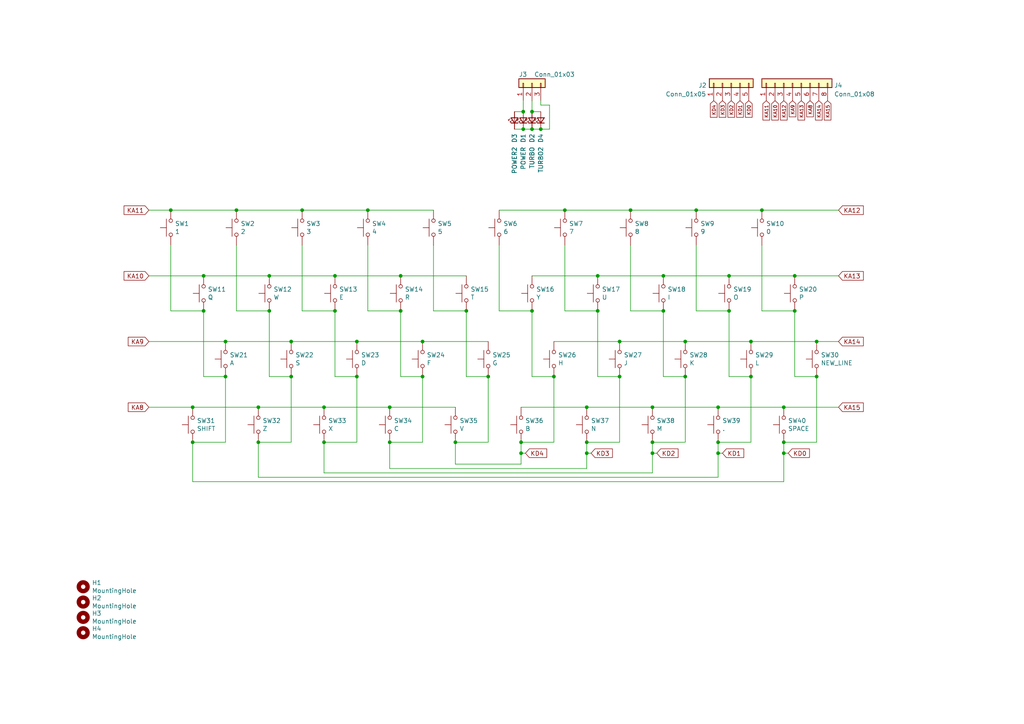
<source format=kicad_sch>
(kicad_sch (version 20230121) (generator eeschema)

  (uuid 0e31937f-99a0-4f1e-8738-dff042d3d9f4)

  (paper "A4")

  (title_block
    (title "ZX81 Tactile Keyboard")
    (date "2023-08-29")
    (rev "3")
    (company "hackup.net")
    (comment 1 "Creative Commons Attribution-NonCommercial-ShareAlike 4.0 International License.")
    (comment 2 "This work is licensed under a")
  )

  (lib_symbols
    (symbol "Connector_Generic:Conn_01x03" (pin_names (offset 1.016) hide) (in_bom yes) (on_board yes)
      (property "Reference" "J" (at 0 5.08 0)
        (effects (font (size 1.27 1.27)))
      )
      (property "Value" "Conn_01x03" (at 0 -5.08 0)
        (effects (font (size 1.27 1.27)))
      )
      (property "Footprint" "" (at 0 0 0)
        (effects (font (size 1.27 1.27)) hide)
      )
      (property "Datasheet" "~" (at 0 0 0)
        (effects (font (size 1.27 1.27)) hide)
      )
      (property "ki_keywords" "connector" (at 0 0 0)
        (effects (font (size 1.27 1.27)) hide)
      )
      (property "ki_description" "Generic connector, single row, 01x03, script generated (kicad-library-utils/schlib/autogen/connector/)" (at 0 0 0)
        (effects (font (size 1.27 1.27)) hide)
      )
      (property "ki_fp_filters" "Connector*:*_1x??_*" (at 0 0 0)
        (effects (font (size 1.27 1.27)) hide)
      )
      (symbol "Conn_01x03_1_1"
        (rectangle (start -1.27 -2.413) (end 0 -2.667)
          (stroke (width 0.1524) (type default))
          (fill (type none))
        )
        (rectangle (start -1.27 0.127) (end 0 -0.127)
          (stroke (width 0.1524) (type default))
          (fill (type none))
        )
        (rectangle (start -1.27 2.667) (end 0 2.413)
          (stroke (width 0.1524) (type default))
          (fill (type none))
        )
        (rectangle (start -1.27 3.81) (end 1.27 -3.81)
          (stroke (width 0.254) (type default))
          (fill (type background))
        )
        (pin passive line (at -5.08 2.54 0) (length 3.81)
          (name "Pin_1" (effects (font (size 1.27 1.27))))
          (number "1" (effects (font (size 1.27 1.27))))
        )
        (pin passive line (at -5.08 0 0) (length 3.81)
          (name "Pin_2" (effects (font (size 1.27 1.27))))
          (number "2" (effects (font (size 1.27 1.27))))
        )
        (pin passive line (at -5.08 -2.54 0) (length 3.81)
          (name "Pin_3" (effects (font (size 1.27 1.27))))
          (number "3" (effects (font (size 1.27 1.27))))
        )
      )
    )
    (symbol "Connector_Generic:Conn_01x05" (pin_names (offset 1.016) hide) (in_bom yes) (on_board yes)
      (property "Reference" "J" (at 0 7.62 0)
        (effects (font (size 1.27 1.27)))
      )
      (property "Value" "Conn_01x05" (at 0 -7.62 0)
        (effects (font (size 1.27 1.27)))
      )
      (property "Footprint" "" (at 0 0 0)
        (effects (font (size 1.27 1.27)) hide)
      )
      (property "Datasheet" "~" (at 0 0 0)
        (effects (font (size 1.27 1.27)) hide)
      )
      (property "ki_keywords" "connector" (at 0 0 0)
        (effects (font (size 1.27 1.27)) hide)
      )
      (property "ki_description" "Generic connector, single row, 01x05, script generated (kicad-library-utils/schlib/autogen/connector/)" (at 0 0 0)
        (effects (font (size 1.27 1.27)) hide)
      )
      (property "ki_fp_filters" "Connector*:*_1x??_*" (at 0 0 0)
        (effects (font (size 1.27 1.27)) hide)
      )
      (symbol "Conn_01x05_1_1"
        (rectangle (start -1.27 -4.953) (end 0 -5.207)
          (stroke (width 0.1524) (type default))
          (fill (type none))
        )
        (rectangle (start -1.27 -2.413) (end 0 -2.667)
          (stroke (width 0.1524) (type default))
          (fill (type none))
        )
        (rectangle (start -1.27 0.127) (end 0 -0.127)
          (stroke (width 0.1524) (type default))
          (fill (type none))
        )
        (rectangle (start -1.27 2.667) (end 0 2.413)
          (stroke (width 0.1524) (type default))
          (fill (type none))
        )
        (rectangle (start -1.27 5.207) (end 0 4.953)
          (stroke (width 0.1524) (type default))
          (fill (type none))
        )
        (rectangle (start -1.27 6.35) (end 1.27 -6.35)
          (stroke (width 0.254) (type default))
          (fill (type background))
        )
        (pin passive line (at -5.08 5.08 0) (length 3.81)
          (name "Pin_1" (effects (font (size 1.27 1.27))))
          (number "1" (effects (font (size 1.27 1.27))))
        )
        (pin passive line (at -5.08 2.54 0) (length 3.81)
          (name "Pin_2" (effects (font (size 1.27 1.27))))
          (number "2" (effects (font (size 1.27 1.27))))
        )
        (pin passive line (at -5.08 0 0) (length 3.81)
          (name "Pin_3" (effects (font (size 1.27 1.27))))
          (number "3" (effects (font (size 1.27 1.27))))
        )
        (pin passive line (at -5.08 -2.54 0) (length 3.81)
          (name "Pin_4" (effects (font (size 1.27 1.27))))
          (number "4" (effects (font (size 1.27 1.27))))
        )
        (pin passive line (at -5.08 -5.08 0) (length 3.81)
          (name "Pin_5" (effects (font (size 1.27 1.27))))
          (number "5" (effects (font (size 1.27 1.27))))
        )
      )
    )
    (symbol "Connector_Generic:Conn_01x08" (pin_names (offset 1.016) hide) (in_bom yes) (on_board yes)
      (property "Reference" "J" (at 0 10.16 0)
        (effects (font (size 1.27 1.27)))
      )
      (property "Value" "Conn_01x08" (at 0 -12.7 0)
        (effects (font (size 1.27 1.27)))
      )
      (property "Footprint" "" (at 0 0 0)
        (effects (font (size 1.27 1.27)) hide)
      )
      (property "Datasheet" "~" (at 0 0 0)
        (effects (font (size 1.27 1.27)) hide)
      )
      (property "ki_keywords" "connector" (at 0 0 0)
        (effects (font (size 1.27 1.27)) hide)
      )
      (property "ki_description" "Generic connector, single row, 01x08, script generated (kicad-library-utils/schlib/autogen/connector/)" (at 0 0 0)
        (effects (font (size 1.27 1.27)) hide)
      )
      (property "ki_fp_filters" "Connector*:*_1x??_*" (at 0 0 0)
        (effects (font (size 1.27 1.27)) hide)
      )
      (symbol "Conn_01x08_1_1"
        (rectangle (start -1.27 -10.033) (end 0 -10.287)
          (stroke (width 0.1524) (type default))
          (fill (type none))
        )
        (rectangle (start -1.27 -7.493) (end 0 -7.747)
          (stroke (width 0.1524) (type default))
          (fill (type none))
        )
        (rectangle (start -1.27 -4.953) (end 0 -5.207)
          (stroke (width 0.1524) (type default))
          (fill (type none))
        )
        (rectangle (start -1.27 -2.413) (end 0 -2.667)
          (stroke (width 0.1524) (type default))
          (fill (type none))
        )
        (rectangle (start -1.27 0.127) (end 0 -0.127)
          (stroke (width 0.1524) (type default))
          (fill (type none))
        )
        (rectangle (start -1.27 2.667) (end 0 2.413)
          (stroke (width 0.1524) (type default))
          (fill (type none))
        )
        (rectangle (start -1.27 5.207) (end 0 4.953)
          (stroke (width 0.1524) (type default))
          (fill (type none))
        )
        (rectangle (start -1.27 7.747) (end 0 7.493)
          (stroke (width 0.1524) (type default))
          (fill (type none))
        )
        (rectangle (start -1.27 8.89) (end 1.27 -11.43)
          (stroke (width 0.254) (type default))
          (fill (type background))
        )
        (pin passive line (at -5.08 7.62 0) (length 3.81)
          (name "Pin_1" (effects (font (size 1.27 1.27))))
          (number "1" (effects (font (size 1.27 1.27))))
        )
        (pin passive line (at -5.08 5.08 0) (length 3.81)
          (name "Pin_2" (effects (font (size 1.27 1.27))))
          (number "2" (effects (font (size 1.27 1.27))))
        )
        (pin passive line (at -5.08 2.54 0) (length 3.81)
          (name "Pin_3" (effects (font (size 1.27 1.27))))
          (number "3" (effects (font (size 1.27 1.27))))
        )
        (pin passive line (at -5.08 0 0) (length 3.81)
          (name "Pin_4" (effects (font (size 1.27 1.27))))
          (number "4" (effects (font (size 1.27 1.27))))
        )
        (pin passive line (at -5.08 -2.54 0) (length 3.81)
          (name "Pin_5" (effects (font (size 1.27 1.27))))
          (number "5" (effects (font (size 1.27 1.27))))
        )
        (pin passive line (at -5.08 -5.08 0) (length 3.81)
          (name "Pin_6" (effects (font (size 1.27 1.27))))
          (number "6" (effects (font (size 1.27 1.27))))
        )
        (pin passive line (at -5.08 -7.62 0) (length 3.81)
          (name "Pin_7" (effects (font (size 1.27 1.27))))
          (number "7" (effects (font (size 1.27 1.27))))
        )
        (pin passive line (at -5.08 -10.16 0) (length 3.81)
          (name "Pin_8" (effects (font (size 1.27 1.27))))
          (number "8" (effects (font (size 1.27 1.27))))
        )
      )
    )
    (symbol "Device:LED_Small" (pin_numbers hide) (pin_names (offset 0.254) hide) (in_bom yes) (on_board yes)
      (property "Reference" "D" (at -1.27 3.175 0)
        (effects (font (size 1.27 1.27)) (justify left))
      )
      (property "Value" "LED_Small" (at -4.445 -2.54 0)
        (effects (font (size 1.27 1.27)) (justify left))
      )
      (property "Footprint" "" (at 0 0 90)
        (effects (font (size 1.27 1.27)) hide)
      )
      (property "Datasheet" "~" (at 0 0 90)
        (effects (font (size 1.27 1.27)) hide)
      )
      (property "ki_keywords" "LED diode light-emitting-diode" (at 0 0 0)
        (effects (font (size 1.27 1.27)) hide)
      )
      (property "ki_description" "Light emitting diode, small symbol" (at 0 0 0)
        (effects (font (size 1.27 1.27)) hide)
      )
      (property "ki_fp_filters" "LED* LED_SMD:* LED_THT:*" (at 0 0 0)
        (effects (font (size 1.27 1.27)) hide)
      )
      (symbol "LED_Small_0_1"
        (polyline
          (pts
            (xy -0.762 -1.016)
            (xy -0.762 1.016)
          )
          (stroke (width 0.254) (type default))
          (fill (type none))
        )
        (polyline
          (pts
            (xy 1.016 0)
            (xy -0.762 0)
          )
          (stroke (width 0) (type default))
          (fill (type none))
        )
        (polyline
          (pts
            (xy 0.762 -1.016)
            (xy -0.762 0)
            (xy 0.762 1.016)
            (xy 0.762 -1.016)
          )
          (stroke (width 0.254) (type default))
          (fill (type none))
        )
        (polyline
          (pts
            (xy 0 0.762)
            (xy -0.508 1.27)
            (xy -0.254 1.27)
            (xy -0.508 1.27)
            (xy -0.508 1.016)
          )
          (stroke (width 0) (type default))
          (fill (type none))
        )
        (polyline
          (pts
            (xy 0.508 1.27)
            (xy 0 1.778)
            (xy 0.254 1.778)
            (xy 0 1.778)
            (xy 0 1.524)
          )
          (stroke (width 0) (type default))
          (fill (type none))
        )
      )
      (symbol "LED_Small_1_1"
        (pin passive line (at -2.54 0 0) (length 1.778)
          (name "K" (effects (font (size 1.27 1.27))))
          (number "1" (effects (font (size 1.27 1.27))))
        )
        (pin passive line (at 2.54 0 180) (length 1.778)
          (name "A" (effects (font (size 1.27 1.27))))
          (number "2" (effects (font (size 1.27 1.27))))
        )
      )
    )
    (symbol "Mechanical:MountingHole" (pin_names (offset 1.016)) (in_bom yes) (on_board yes)
      (property "Reference" "H" (at 0 5.08 0)
        (effects (font (size 1.27 1.27)))
      )
      (property "Value" "MountingHole" (at 0 3.175 0)
        (effects (font (size 1.27 1.27)))
      )
      (property "Footprint" "" (at 0 0 0)
        (effects (font (size 1.27 1.27)) hide)
      )
      (property "Datasheet" "~" (at 0 0 0)
        (effects (font (size 1.27 1.27)) hide)
      )
      (property "ki_keywords" "mounting hole" (at 0 0 0)
        (effects (font (size 1.27 1.27)) hide)
      )
      (property "ki_description" "Mounting Hole without connection" (at 0 0 0)
        (effects (font (size 1.27 1.27)) hide)
      )
      (property "ki_fp_filters" "MountingHole*" (at 0 0 0)
        (effects (font (size 1.27 1.27)) hide)
      )
      (symbol "MountingHole_0_1"
        (circle (center 0 0) (radius 1.27)
          (stroke (width 1.27) (type default))
          (fill (type none))
        )
      )
    )
    (symbol "Switch:SW_Push" (pin_numbers hide) (pin_names (offset 1.016) hide) (in_bom yes) (on_board yes)
      (property "Reference" "SW" (at 1.27 2.54 0)
        (effects (font (size 1.27 1.27)) (justify left))
      )
      (property "Value" "SW_Push" (at 0 -1.524 0)
        (effects (font (size 1.27 1.27)))
      )
      (property "Footprint" "" (at 0 5.08 0)
        (effects (font (size 1.27 1.27)) hide)
      )
      (property "Datasheet" "~" (at 0 5.08 0)
        (effects (font (size 1.27 1.27)) hide)
      )
      (property "ki_keywords" "switch normally-open pushbutton push-button" (at 0 0 0)
        (effects (font (size 1.27 1.27)) hide)
      )
      (property "ki_description" "Push button switch, generic, two pins" (at 0 0 0)
        (effects (font (size 1.27 1.27)) hide)
      )
      (symbol "SW_Push_0_1"
        (circle (center -2.032 0) (radius 0.508)
          (stroke (width 0) (type default))
          (fill (type none))
        )
        (polyline
          (pts
            (xy 0 1.27)
            (xy 0 3.048)
          )
          (stroke (width 0) (type default))
          (fill (type none))
        )
        (polyline
          (pts
            (xy 2.54 1.27)
            (xy -2.54 1.27)
          )
          (stroke (width 0) (type default))
          (fill (type none))
        )
        (circle (center 2.032 0) (radius 0.508)
          (stroke (width 0) (type default))
          (fill (type none))
        )
        (pin passive line (at -5.08 0 0) (length 2.54)
          (name "1" (effects (font (size 1.27 1.27))))
          (number "1" (effects (font (size 1.27 1.27))))
        )
        (pin passive line (at 5.08 0 180) (length 2.54)
          (name "2" (effects (font (size 1.27 1.27))))
          (number "2" (effects (font (size 1.27 1.27))))
        )
      )
    )
  )

  (junction (at 78.105 80.01) (diameter 0) (color 0 0 0 0)
    (uuid 089ca0a8-15de-49d8-bb9c-46f1461e98ba)
  )
  (junction (at 116.205 80.01) (diameter 0) (color 0 0 0 0)
    (uuid 0a4298fd-ec8c-4529-8485-896e7fe65926)
  )
  (junction (at 87.63 60.96) (diameter 0) (color 0 0 0 0)
    (uuid 0b6f27ee-e057-4ace-ad3a-d09fa0a31751)
  )
  (junction (at 65.405 99.06) (diameter 0) (color 0 0 0 0)
    (uuid 14d28a2c-0881-427e-a758-6d8fc3c6db8c)
  )
  (junction (at 170.18 128.27) (diameter 0) (color 0 0 0 0)
    (uuid 1ad7b0de-4bca-4b10-a28d-fbed38a1d5d4)
  )
  (junction (at 122.555 99.06) (diameter 0) (color 0 0 0 0)
    (uuid 1e51d53c-61fc-4852-86f9-82d57bab82a7)
  )
  (junction (at 132.08 128.27) (diameter 0) (color 0 0 0 0)
    (uuid 23875cca-6afe-4a1e-b12d-2f62d0e9137e)
  )
  (junction (at 217.805 109.22) (diameter 0) (color 0 0 0 0)
    (uuid 2b44c83e-c1f9-4cad-a395-7ef0209bebdd)
  )
  (junction (at 189.23 118.11) (diameter 0) (color 0 0 0 0)
    (uuid 2c334f15-cd60-47ad-a296-c2cd36142fc4)
  )
  (junction (at 230.505 90.17) (diameter 0) (color 0 0 0 0)
    (uuid 2e9d9ece-1db6-4518-8bfb-3051e6559a27)
  )
  (junction (at 192.405 80.01) (diameter 0) (color 0 0 0 0)
    (uuid 32b49843-ad02-4167-8bc2-9a34193117c0)
  )
  (junction (at 198.755 99.06) (diameter 0) (color 0 0 0 0)
    (uuid 33438c60-1fb6-4bff-a90e-41b22fd60690)
  )
  (junction (at 97.155 90.17) (diameter 0) (color 0 0 0 0)
    (uuid 33a16fce-3fe8-42ff-b524-7053728f8da4)
  )
  (junction (at 78.105 90.17) (diameter 0) (color 0 0 0 0)
    (uuid 35d70380-4268-4cc7-bc01-62e471b95532)
  )
  (junction (at 163.83 60.96) (diameter 0) (color 0 0 0 0)
    (uuid 37aa03c4-a7a3-4dd9-8d6d-d4140130b19d)
  )
  (junction (at 84.455 109.22) (diameter 0) (color 0 0 0 0)
    (uuid 3b38c985-8f80-4210-af21-a7e0b3e2a86d)
  )
  (junction (at 59.055 90.17) (diameter 0) (color 0 0 0 0)
    (uuid 3cc7c257-a197-4c64-b94d-ba27e66ee4f9)
  )
  (junction (at 173.355 90.17) (diameter 0) (color 0 0 0 0)
    (uuid 4820ab15-e933-475c-b28e-8a3ecc9a4d7f)
  )
  (junction (at 179.705 99.06) (diameter 0) (color 0 0 0 0)
    (uuid 49d19c49-50ec-47f1-8c4f-f8e08afc64c1)
  )
  (junction (at 97.155 80.01) (diameter 0) (color 0 0 0 0)
    (uuid 515251b7-d7c7-494f-a098-ce98e85b9014)
  )
  (junction (at 170.18 131.445) (diameter 0) (color 0 0 0 0)
    (uuid 52c4e24f-0c6b-4853-858f-6102cf6325ee)
  )
  (junction (at 103.505 109.22) (diameter 0) (color 0 0 0 0)
    (uuid 533054a8-6656-4152-ba8c-7409228015a1)
  )
  (junction (at 220.98 60.96) (diameter 0) (color 0 0 0 0)
    (uuid 57054b6a-7214-4742-bed1-73e3827bdb84)
  )
  (junction (at 74.93 118.11) (diameter 0) (color 0 0 0 0)
    (uuid 574f777c-d94b-4e69-bf75-57219b9e5167)
  )
  (junction (at 189.23 131.445) (diameter 0) (color 0 0 0 0)
    (uuid 58820902-3105-4cc1-aff5-a9d616b2cbb6)
  )
  (junction (at 113.03 118.11) (diameter 0) (color 0 0 0 0)
    (uuid 5a09f79d-45c6-44fc-8fba-ee0e8a25386a)
  )
  (junction (at 151.765 37.465) (diameter 0) (color 0 0 0 0)
    (uuid 5b4e3c42-e65c-4847-8b08-f539060f192d)
  )
  (junction (at 113.03 128.27) (diameter 0) (color 0 0 0 0)
    (uuid 5c294c2d-2607-4fdb-9343-9d889d231483)
  )
  (junction (at 93.98 128.27) (diameter 0) (color 0 0 0 0)
    (uuid 672bd21f-162a-4aa7-a5e5-968ba3e5f551)
  )
  (junction (at 103.505 99.06) (diameter 0) (color 0 0 0 0)
    (uuid 68d7efac-fe49-4449-a91b-ba5de3c022e7)
  )
  (junction (at 208.28 128.27) (diameter 0) (color 0 0 0 0)
    (uuid 68ffc284-4e40-437f-864a-ae4db0fdac38)
  )
  (junction (at 227.33 131.445) (diameter 0) (color 0 0 0 0)
    (uuid 693d8d30-ebac-4473-8837-b5c3d1fb5d16)
  )
  (junction (at 160.655 109.22) (diameter 0) (color 0 0 0 0)
    (uuid 6de6e42a-d2cd-4996-b88f-dbe8f6f1dea6)
  )
  (junction (at 59.055 80.01) (diameter 0) (color 0 0 0 0)
    (uuid 6e784093-9188-43b6-92f5-565157279935)
  )
  (junction (at 236.855 99.06) (diameter 0) (color 0 0 0 0)
    (uuid 6f1d29a1-c5c6-4a94-ae92-bda0ddc621eb)
  )
  (junction (at 227.33 118.11) (diameter 0) (color 0 0 0 0)
    (uuid 6f824294-c14f-483a-98ce-a3e4ec05afb1)
  )
  (junction (at 189.23 128.27) (diameter 0) (color 0 0 0 0)
    (uuid 70af0029-c2ef-4dc1-8605-26e63e7ff01d)
  )
  (junction (at 141.605 109.22) (diameter 0) (color 0 0 0 0)
    (uuid 77f1fcf4-d6d3-4d6f-920f-d39d47118a4b)
  )
  (junction (at 154.305 90.17) (diameter 0) (color 0 0 0 0)
    (uuid 7c986b1d-f8b5-4317-b757-03a93b6f6067)
  )
  (junction (at 122.555 109.22) (diameter 0) (color 0 0 0 0)
    (uuid 7e7824df-7542-44d8-9541-5ca6ab3c7f94)
  )
  (junction (at 93.98 118.11) (diameter 0) (color 0 0 0 0)
    (uuid 7ee5a6e7-18a0-4a98-ae26-6bf60d5817f4)
  )
  (junction (at 179.705 109.22) (diameter 0) (color 0 0 0 0)
    (uuid 8120984e-5a9d-4cbf-acdf-bb9b4a0924c8)
  )
  (junction (at 230.505 80.01) (diameter 0) (color 0 0 0 0)
    (uuid 88df6e13-39da-4823-8a09-2d4c9fccef63)
  )
  (junction (at 201.93 60.96) (diameter 0) (color 0 0 0 0)
    (uuid 9bbee97a-5f72-436a-a9a7-2a9471b4693c)
  )
  (junction (at 211.455 90.17) (diameter 0) (color 0 0 0 0)
    (uuid 9c914a83-3da9-400d-8856-bd09da5c990f)
  )
  (junction (at 84.455 99.06) (diameter 0) (color 0 0 0 0)
    (uuid 9f0dccb6-f785-478f-8460-8a9bb8bf24bc)
  )
  (junction (at 65.405 109.22) (diameter 0) (color 0 0 0 0)
    (uuid a778ab3a-bc3c-48a5-9e9d-11fda736e683)
  )
  (junction (at 217.805 99.06) (diameter 0) (color 0 0 0 0)
    (uuid a7cb8ec9-bbbc-4549-a8bf-ea286e11d636)
  )
  (junction (at 198.755 109.22) (diameter 0) (color 0 0 0 0)
    (uuid ab3d7b2c-a790-4748-9e0b-ee5ef3426521)
  )
  (junction (at 49.53 60.96) (diameter 0) (color 0 0 0 0)
    (uuid acd20572-3a45-4794-a51f-31c57fe6f3c2)
  )
  (junction (at 151.13 128.27) (diameter 0) (color 0 0 0 0)
    (uuid af444c21-e855-4d2c-818b-f535b33b66a3)
  )
  (junction (at 211.455 80.01) (diameter 0) (color 0 0 0 0)
    (uuid bc87b308-ce89-4290-885a-41837fbc8731)
  )
  (junction (at 116.205 90.17) (diameter 0) (color 0 0 0 0)
    (uuid bf62ec81-123b-4359-a916-80984a103d51)
  )
  (junction (at 154.305 32.385) (diameter 0) (color 0 0 0 0)
    (uuid c367fce4-fad4-4c2c-b4f0-833e21d22713)
  )
  (junction (at 135.255 90.17) (diameter 0) (color 0 0 0 0)
    (uuid caf53229-4cf3-4be4-909c-fc821b1b7d81)
  )
  (junction (at 151.765 32.385) (diameter 0) (color 0 0 0 0)
    (uuid cbac9c7a-13dc-439d-93c9-6f7980e34d15)
  )
  (junction (at 170.18 118.11) (diameter 0) (color 0 0 0 0)
    (uuid cdd75c22-d13e-4740-8692-fc93b0a2ef27)
  )
  (junction (at 182.88 60.96) (diameter 0) (color 0 0 0 0)
    (uuid d4ff0de1-e748-448e-83de-36fafbe2b165)
  )
  (junction (at 173.355 80.01) (diameter 0) (color 0 0 0 0)
    (uuid de3085b5-acbd-4c6d-89ae-ad263db1bc17)
  )
  (junction (at 106.68 60.96) (diameter 0) (color 0 0 0 0)
    (uuid de9cd6cf-0a2e-4f8f-9ddc-672d7bc48317)
  )
  (junction (at 68.58 60.96) (diameter 0) (color 0 0 0 0)
    (uuid e27a19c5-e0ce-4de5-940c-52bdf21bc802)
  )
  (junction (at 227.33 128.27) (diameter 0) (color 0 0 0 0)
    (uuid e79a5e11-47f1-45e1-b38f-4cdf7eba8824)
  )
  (junction (at 154.305 37.465) (diameter 0) (color 0 0 0 0)
    (uuid e97b1d4d-6f5b-4dc8-bb85-72ef5ae87de0)
  )
  (junction (at 151.13 131.445) (diameter 0) (color 0 0 0 0)
    (uuid ed37b8ae-1961-4770-bc89-fca59f55ae8b)
  )
  (junction (at 74.93 128.27) (diameter 0) (color 0 0 0 0)
    (uuid eeb6214f-4cf0-40b6-add5-d2465d63416e)
  )
  (junction (at 55.88 118.11) (diameter 0) (color 0 0 0 0)
    (uuid f10ff073-08e0-4682-ae77-f1ebd1a70bdf)
  )
  (junction (at 192.405 90.17) (diameter 0) (color 0 0 0 0)
    (uuid f3e002d1-80d1-4878-9d60-2bca8e820272)
  )
  (junction (at 208.28 118.11) (diameter 0) (color 0 0 0 0)
    (uuid f43f9449-a716-42d5-986b-f869234d9744)
  )
  (junction (at 208.28 131.445) (diameter 0) (color 0 0 0 0)
    (uuid f9c31fb9-fa04-46c0-9744-3799b3ee3e90)
  )
  (junction (at 55.88 128.27) (diameter 0) (color 0 0 0 0)
    (uuid fb30cf8d-67dc-45cf-8645-d47fbf613b52)
  )
  (junction (at 236.855 109.22) (diameter 0) (color 0 0 0 0)
    (uuid fb826772-b808-4339-8fae-9020ee8d9759)
  )
  (junction (at 156.845 37.465) (diameter 0) (color 0 0 0 0)
    (uuid ff5cbdaf-5ba9-4895-a366-dc302fc92b71)
  )

  (wire (pts (xy 135.255 109.22) (xy 141.605 109.22))
    (stroke (width 0) (type default))
    (uuid 006d096a-004a-4d84-b91a-912ed718f3b0)
  )
  (wire (pts (xy 220.98 90.17) (xy 230.505 90.17))
    (stroke (width 0) (type default))
    (uuid 03c2db25-d47b-4718-b76f-4f218cffcb4e)
  )
  (wire (pts (xy 227.33 118.11) (xy 243.205 118.11))
    (stroke (width 0) (type default))
    (uuid 07472bef-ff19-4630-b8c8-bce0933f4024)
  )
  (wire (pts (xy 236.855 109.22) (xy 236.855 128.27))
    (stroke (width 0) (type default))
    (uuid 097afda5-37ae-43bb-806c-0dc851bc553a)
  )
  (wire (pts (xy 160.655 128.27) (xy 151.13 128.27))
    (stroke (width 0) (type default))
    (uuid 0a60cc93-0e8e-40d4-91a4-0dbe3b465ce2)
  )
  (wire (pts (xy 141.605 128.27) (xy 132.08 128.27))
    (stroke (width 0) (type default))
    (uuid 0a827be2-1e80-4069-a3c3-3acff3a0ef12)
  )
  (wire (pts (xy 78.105 109.22) (xy 78.105 90.17))
    (stroke (width 0) (type default))
    (uuid 0aee84d8-28aa-4f55-83d0-2890db61c938)
  )
  (wire (pts (xy 122.555 128.27) (xy 113.03 128.27))
    (stroke (width 0) (type default))
    (uuid 105be319-8b74-4ca8-894d-26373a5cbb62)
  )
  (wire (pts (xy 135.255 80.01) (xy 116.205 80.01))
    (stroke (width 0) (type default))
    (uuid 16bb3715-8d85-4db7-82c5-5352e4122ad9)
  )
  (wire (pts (xy 144.78 90.17) (xy 154.305 90.17))
    (stroke (width 0) (type default))
    (uuid 18e405ef-67dd-4d75-bd0b-8281a8655bb7)
  )
  (wire (pts (xy 236.855 128.27) (xy 227.33 128.27))
    (stroke (width 0) (type default))
    (uuid 1a703e36-1ead-4498-9b27-f9285933b327)
  )
  (wire (pts (xy 182.88 71.12) (xy 182.88 90.17))
    (stroke (width 0) (type default))
    (uuid 1aca7408-03c6-4c1a-9a8b-d6ef2f96d017)
  )
  (wire (pts (xy 116.205 90.17) (xy 116.205 109.22))
    (stroke (width 0) (type default))
    (uuid 1c62851c-9e0b-44a1-b3ae-127aa30b040f)
  )
  (wire (pts (xy 170.18 135.89) (xy 113.03 135.89))
    (stroke (width 0) (type default))
    (uuid 1d14b11f-cf9b-4e32-9283-1c7eea7846c2)
  )
  (wire (pts (xy 190.5 131.445) (xy 189.23 131.445))
    (stroke (width 0) (type default))
    (uuid 1d7ac7f1-a830-4d40-b87e-c983775223c6)
  )
  (wire (pts (xy 74.93 138.43) (xy 208.28 138.43))
    (stroke (width 0) (type default))
    (uuid 1deaaca8-cce7-4bc6-9555-ac256d3753bc)
  )
  (wire (pts (xy 132.08 118.11) (xy 113.03 118.11))
    (stroke (width 0) (type default))
    (uuid 1e5456d8-b10d-4e07-a5c3-d0fe75bcea2f)
  )
  (wire (pts (xy 192.405 80.01) (xy 211.455 80.01))
    (stroke (width 0) (type default))
    (uuid 1f145f04-33d1-4e94-b118-7ab8d0b95859)
  )
  (wire (pts (xy 179.705 99.06) (xy 198.755 99.06))
    (stroke (width 0) (type default))
    (uuid 227e8647-7a0f-44df-a1e3-661464bbb42e)
  )
  (wire (pts (xy 84.455 109.22) (xy 78.105 109.22))
    (stroke (width 0) (type default))
    (uuid 26179b2e-ae49-4cd4-87e2-da435e00ef54)
  )
  (wire (pts (xy 173.355 109.22) (xy 179.705 109.22))
    (stroke (width 0) (type default))
    (uuid 27ee486c-7e1f-4e59-b558-be52079180fb)
  )
  (wire (pts (xy 189.23 128.27) (xy 189.23 131.445))
    (stroke (width 0) (type default))
    (uuid 28a35c0e-765e-47ec-b86b-c468de6aa15d)
  )
  (wire (pts (xy 132.08 134.62) (xy 151.13 134.62))
    (stroke (width 0) (type default))
    (uuid 2b16296f-dc4c-4eb7-8298-47dc783d639f)
  )
  (wire (pts (xy 106.68 60.96) (xy 87.63 60.96))
    (stroke (width 0) (type default))
    (uuid 2b775b81-99a1-43c0-89ef-15e3abf90c1b)
  )
  (wire (pts (xy 151.13 131.445) (xy 151.13 128.27))
    (stroke (width 0) (type default))
    (uuid 2c235ed8-36cd-4bc5-9c94-b622f5aff89e)
  )
  (wire (pts (xy 217.805 99.06) (xy 236.855 99.06))
    (stroke (width 0) (type default))
    (uuid 2c24caa7-fa8d-4fb1-b5db-fc0211e84bd9)
  )
  (wire (pts (xy 163.83 71.12) (xy 163.83 90.17))
    (stroke (width 0) (type default))
    (uuid 2c969454-4c5e-4805-bf74-2b5f8a1af790)
  )
  (wire (pts (xy 160.655 109.22) (xy 160.655 128.27))
    (stroke (width 0) (type default))
    (uuid 2cd2a7db-fb2d-453d-822a-499982c5230b)
  )
  (wire (pts (xy 154.305 29.21) (xy 154.305 32.385))
    (stroke (width 0) (type default))
    (uuid 2ce6d112-a3b6-4b89-bd54-bbfcfec1dcdd)
  )
  (wire (pts (xy 103.505 128.27) (xy 93.98 128.27))
    (stroke (width 0) (type default))
    (uuid 37d15b84-415f-4cc7-8895-c2b6ff3a4cfc)
  )
  (wire (pts (xy 103.505 109.22) (xy 103.505 128.27))
    (stroke (width 0) (type default))
    (uuid 37da0ecf-d4b1-4b1c-b220-1c15f5aeac00)
  )
  (wire (pts (xy 103.505 99.06) (xy 84.455 99.06))
    (stroke (width 0) (type default))
    (uuid 3a6032fc-b55c-45de-b84a-575f3a54f8c9)
  )
  (wire (pts (xy 201.93 90.17) (xy 211.455 90.17))
    (stroke (width 0) (type default))
    (uuid 3af36eaa-1a89-4843-8a76-04e85546b532)
  )
  (wire (pts (xy 198.755 109.22) (xy 198.755 128.27))
    (stroke (width 0) (type default))
    (uuid 41a48d05-1b62-46ea-b219-c7e455fbee9e)
  )
  (wire (pts (xy 182.88 90.17) (xy 192.405 90.17))
    (stroke (width 0) (type default))
    (uuid 431286cb-5ce2-4fd2-a831-74a747f3c2ce)
  )
  (wire (pts (xy 49.53 60.96) (xy 68.58 60.96))
    (stroke (width 0) (type default))
    (uuid 43b98038-c0a5-4cbf-bfe7-95e33e0ae975)
  )
  (wire (pts (xy 156.845 37.465) (xy 159.385 37.465))
    (stroke (width 0) (type default))
    (uuid 43c593d5-67e3-4afe-abea-785dcc1cf146)
  )
  (wire (pts (xy 149.225 37.465) (xy 151.765 37.465))
    (stroke (width 0) (type default))
    (uuid 482bb9fb-4a7b-434c-84eb-1108f6e6f588)
  )
  (wire (pts (xy 208.28 118.11) (xy 227.33 118.11))
    (stroke (width 0) (type default))
    (uuid 4ba62df2-b17f-42c3-99a2-46144e673ee8)
  )
  (wire (pts (xy 141.605 109.22) (xy 141.605 128.27))
    (stroke (width 0) (type default))
    (uuid 4e128da7-be66-47df-990e-e09710c7c5df)
  )
  (wire (pts (xy 93.98 137.16) (xy 93.98 128.27))
    (stroke (width 0) (type default))
    (uuid 4f70afee-beb5-4a4e-b356-b8563d7ec99a)
  )
  (wire (pts (xy 211.455 80.01) (xy 230.505 80.01))
    (stroke (width 0) (type default))
    (uuid 4feb2c70-eb43-4ea7-ae52-22dae0eb3541)
  )
  (wire (pts (xy 125.73 71.12) (xy 125.73 90.17))
    (stroke (width 0) (type default))
    (uuid 52b740f7-a51b-4600-847f-bcede89c6580)
  )
  (wire (pts (xy 151.13 134.62) (xy 151.13 131.445))
    (stroke (width 0) (type default))
    (uuid 5674af66-15e0-4427-95dc-af3cee9d53f1)
  )
  (wire (pts (xy 68.58 71.12) (xy 68.58 90.17))
    (stroke (width 0) (type default))
    (uuid 598f36fb-fad3-4084-8019-b58a8da2bb1c)
  )
  (wire (pts (xy 170.18 131.445) (xy 170.18 135.89))
    (stroke (width 0) (type default))
    (uuid 5a7e2c84-c732-4e82-9a3e-dc62682115c9)
  )
  (wire (pts (xy 152.4 131.445) (xy 151.13 131.445))
    (stroke (width 0) (type default))
    (uuid 61008dee-ff65-436e-8f0c-fcfb13da59a9)
  )
  (wire (pts (xy 182.88 60.96) (xy 201.93 60.96))
    (stroke (width 0) (type default))
    (uuid 64cc53be-1a0f-4af7-951c-f1169e076600)
  )
  (wire (pts (xy 159.385 37.465) (xy 159.385 30.48))
    (stroke (width 0) (type default))
    (uuid 65c12290-f3d9-4bae-9933-b56ca2d0056e)
  )
  (wire (pts (xy 211.455 109.22) (xy 217.805 109.22))
    (stroke (width 0) (type default))
    (uuid 6863e893-904d-4304-889d-d2c83b479ec8)
  )
  (wire (pts (xy 116.205 80.01) (xy 97.155 80.01))
    (stroke (width 0) (type default))
    (uuid 69d86939-8e3a-414a-8261-42ee29e36051)
  )
  (wire (pts (xy 43.18 80.01) (xy 59.055 80.01))
    (stroke (width 0) (type default))
    (uuid 6b375a86-2358-4e6c-95c0-e6ec1b65050c)
  )
  (wire (pts (xy 74.93 128.27) (xy 84.455 128.27))
    (stroke (width 0) (type default))
    (uuid 6b845176-ffca-487a-b2d6-86e77cfe03fb)
  )
  (wire (pts (xy 189.23 137.16) (xy 93.98 137.16))
    (stroke (width 0) (type default))
    (uuid 6f7b6f13-45a4-45d1-8c00-8d1566478068)
  )
  (wire (pts (xy 208.28 138.43) (xy 208.28 131.445))
    (stroke (width 0) (type default))
    (uuid 6f9d19c2-9458-487d-9a0a-bdd18ef76608)
  )
  (wire (pts (xy 68.58 90.17) (xy 78.105 90.17))
    (stroke (width 0) (type default))
    (uuid 70eba802-8897-4744-b2f3-2323b3a2d360)
  )
  (wire (pts (xy 192.405 90.17) (xy 192.405 109.22))
    (stroke (width 0) (type default))
    (uuid 71938b5a-5719-4b18-8a1e-1dd6d43805d9)
  )
  (wire (pts (xy 151.13 118.11) (xy 170.18 118.11))
    (stroke (width 0) (type default))
    (uuid 71cbd30a-58b2-4706-935b-5df57bf79d8f)
  )
  (wire (pts (xy 160.655 99.06) (xy 179.705 99.06))
    (stroke (width 0) (type default))
    (uuid 7229432e-5339-498f-a206-2b497fb5c658)
  )
  (wire (pts (xy 211.455 90.17) (xy 211.455 109.22))
    (stroke (width 0) (type default))
    (uuid 735d1763-5f44-4745-b890-922f67faa00c)
  )
  (wire (pts (xy 163.83 90.17) (xy 173.355 90.17))
    (stroke (width 0) (type default))
    (uuid 76526c16-8062-49e4-bf04-42a649f24f37)
  )
  (wire (pts (xy 228.6 131.445) (xy 227.33 131.445))
    (stroke (width 0) (type default))
    (uuid 76ba899f-d454-4cd3-b5f9-213f805089a6)
  )
  (wire (pts (xy 189.23 118.11) (xy 208.28 118.11))
    (stroke (width 0) (type default))
    (uuid 76f6e53f-206f-486e-971c-4cdb5799996f)
  )
  (wire (pts (xy 144.78 71.12) (xy 144.78 90.17))
    (stroke (width 0) (type default))
    (uuid 78df776d-c8c1-471e-99b6-79b638103a6d)
  )
  (wire (pts (xy 106.68 71.12) (xy 106.68 90.17))
    (stroke (width 0) (type default))
    (uuid 79587254-b4fa-4915-99b7-d302272e243e)
  )
  (wire (pts (xy 55.88 139.7) (xy 55.88 128.27))
    (stroke (width 0) (type default))
    (uuid 7a275738-0e44-449e-8a6b-3623c14eef6d)
  )
  (wire (pts (xy 220.98 71.12) (xy 220.98 90.17))
    (stroke (width 0) (type default))
    (uuid 7a936022-6a61-4649-abe8-edcb659eaaa9)
  )
  (wire (pts (xy 192.405 109.22) (xy 198.755 109.22))
    (stroke (width 0) (type default))
    (uuid 7af9a717-21fb-40d9-967e-d1d570ae4c4d)
  )
  (wire (pts (xy 227.33 128.27) (xy 227.33 131.445))
    (stroke (width 0) (type default))
    (uuid 7d4ad636-eab7-4c5d-a44d-f936ca644bb4)
  )
  (wire (pts (xy 43.18 118.11) (xy 55.88 118.11))
    (stroke (width 0) (type default))
    (uuid 8075dfe1-fbd6-4e49-80e2-982b44cda3f0)
  )
  (wire (pts (xy 125.73 90.17) (xy 135.255 90.17))
    (stroke (width 0) (type default))
    (uuid 82270152-5883-4e27-bba8-38ee1bff34c3)
  )
  (wire (pts (xy 65.405 128.27) (xy 55.88 128.27))
    (stroke (width 0) (type default))
    (uuid 822feef6-d65e-460a-a0bb-c697c8160d6a)
  )
  (wire (pts (xy 132.08 128.27) (xy 132.08 134.62))
    (stroke (width 0) (type default))
    (uuid 83d77dfd-190e-42b7-9798-f6f0c8822fc5)
  )
  (wire (pts (xy 209.55 131.445) (xy 208.28 131.445))
    (stroke (width 0) (type default))
    (uuid 854970f5-0a75-44bb-b639-62c73a48e212)
  )
  (wire (pts (xy 208.28 131.445) (xy 208.28 128.27))
    (stroke (width 0) (type default))
    (uuid 856a0457-82dd-4097-a5d9-4f05324f0dc8)
  )
  (wire (pts (xy 84.455 128.27) (xy 84.455 109.22))
    (stroke (width 0) (type default))
    (uuid 87daab0e-7309-4cbe-92c5-656897713284)
  )
  (wire (pts (xy 87.63 60.96) (xy 68.58 60.96))
    (stroke (width 0) (type default))
    (uuid 8da36384-1bf2-4aee-80b8-ab1e3820ce1a)
  )
  (wire (pts (xy 125.73 60.96) (xy 106.68 60.96))
    (stroke (width 0) (type default))
    (uuid 8f2fcb57-f20d-4fa7-a408-bafb58062277)
  )
  (wire (pts (xy 49.53 60.96) (xy 43.18 60.96))
    (stroke (width 0) (type default))
    (uuid 91410554-a46c-4479-bf4d-78e275faebc4)
  )
  (wire (pts (xy 198.755 99.06) (xy 217.805 99.06))
    (stroke (width 0) (type default))
    (uuid 9fe607fe-9da1-4b6b-9e39-342f39c6b6bf)
  )
  (wire (pts (xy 113.03 118.11) (xy 93.98 118.11))
    (stroke (width 0) (type default))
    (uuid a1f77d2c-a879-48cb-8f14-3c566d1ea826)
  )
  (wire (pts (xy 154.305 37.465) (xy 156.845 37.465))
    (stroke (width 0) (type default))
    (uuid a6492a74-e4ec-4e1e-9a5c-254cd3e01201)
  )
  (wire (pts (xy 74.93 118.11) (xy 55.88 118.11))
    (stroke (width 0) (type default))
    (uuid a72cef6b-744a-4625-b893-ccc565038d78)
  )
  (wire (pts (xy 84.455 99.06) (xy 65.405 99.06))
    (stroke (width 0) (type default))
    (uuid a91e115f-633d-49ea-a9a0-1351556769e1)
  )
  (wire (pts (xy 171.45 131.445) (xy 170.18 131.445))
    (stroke (width 0) (type default))
    (uuid aa20b9c1-fe81-4eb0-85c3-9359b2126ae2)
  )
  (wire (pts (xy 59.055 90.17) (xy 59.055 109.22))
    (stroke (width 0) (type default))
    (uuid ac213bf7-5bd7-44e8-82f7-f5597767d422)
  )
  (wire (pts (xy 236.855 99.06) (xy 243.205 99.06))
    (stroke (width 0) (type default))
    (uuid ac327de8-b94a-48e7-b6fc-ff0f7a56b9fe)
  )
  (wire (pts (xy 154.305 32.385) (xy 156.845 32.385))
    (stroke (width 0) (type default))
    (uuid ac989b32-a1ae-47bc-916e-dc8a1b41c254)
  )
  (wire (pts (xy 198.755 128.27) (xy 189.23 128.27))
    (stroke (width 0) (type default))
    (uuid ae48937e-769e-4562-adc4-ae0ffb45a608)
  )
  (wire (pts (xy 65.405 109.22) (xy 65.405 128.27))
    (stroke (width 0) (type default))
    (uuid af424cd5-6fd6-4404-945e-02f3bd2643e4)
  )
  (wire (pts (xy 217.805 128.27) (xy 208.28 128.27))
    (stroke (width 0) (type default))
    (uuid b35f93de-bb0c-4585-9c75-5e101883b53c)
  )
  (wire (pts (xy 170.18 128.27) (xy 170.18 131.445))
    (stroke (width 0) (type default))
    (uuid b497d610-12f7-4e9a-a12c-7f3b7e63c33c)
  )
  (wire (pts (xy 49.53 90.17) (xy 59.055 90.17))
    (stroke (width 0) (type default))
    (uuid b746b782-7dfd-4816-b64d-6a94e9c336a3)
  )
  (wire (pts (xy 170.18 118.11) (xy 189.23 118.11))
    (stroke (width 0) (type default))
    (uuid b9262750-7cd2-4abd-92a5-5307fd4ed5a1)
  )
  (wire (pts (xy 113.03 135.89) (xy 113.03 128.27))
    (stroke (width 0) (type default))
    (uuid b9c62e17-ef34-48b2-abdf-4c62f9aa2e29)
  )
  (wire (pts (xy 173.355 80.01) (xy 192.405 80.01))
    (stroke (width 0) (type default))
    (uuid ba2ea23c-5430-4e57-88a2-372bc9ec0587)
  )
  (wire (pts (xy 97.155 80.01) (xy 78.105 80.01))
    (stroke (width 0) (type default))
    (uuid bf09ccf2-b3e0-42e3-9945-ddaf78e571e1)
  )
  (wire (pts (xy 179.705 128.27) (xy 170.18 128.27))
    (stroke (width 0) (type default))
    (uuid c045e51f-1c7d-4411-84fd-73852d9c81aa)
  )
  (wire (pts (xy 141.605 99.06) (xy 122.555 99.06))
    (stroke (width 0) (type default))
    (uuid c0c159f4-7c01-457c-9319-1ccdf2765def)
  )
  (wire (pts (xy 59.055 109.22) (xy 65.405 109.22))
    (stroke (width 0) (type default))
    (uuid c2702f48-7dbe-4244-96a6-eea5ffafe109)
  )
  (wire (pts (xy 201.93 71.12) (xy 201.93 90.17))
    (stroke (width 0) (type default))
    (uuid c2d964e2-e166-48ce-9ad4-1860ca8e9896)
  )
  (wire (pts (xy 144.78 60.96) (xy 163.83 60.96))
    (stroke (width 0) (type default))
    (uuid c3110e79-bc18-4d7f-ad76-c04a92217994)
  )
  (wire (pts (xy 87.63 90.17) (xy 97.155 90.17))
    (stroke (width 0) (type default))
    (uuid c3b9e3f9-d8a8-447d-82e6-83368c894f45)
  )
  (wire (pts (xy 154.305 80.01) (xy 173.355 80.01))
    (stroke (width 0) (type default))
    (uuid c3f205ef-3b9f-4118-9bb5-2c49264b2e6b)
  )
  (wire (pts (xy 201.93 60.96) (xy 220.98 60.96))
    (stroke (width 0) (type default))
    (uuid c54ce845-743b-470f-8386-500d5554cc00)
  )
  (wire (pts (xy 173.355 90.17) (xy 173.355 109.22))
    (stroke (width 0) (type default))
    (uuid c77fc377-04b2-4ae3-8f5f-d71b68aa76af)
  )
  (wire (pts (xy 151.765 37.465) (xy 154.305 37.465))
    (stroke (width 0) (type default))
    (uuid ca7625ff-0141-49ab-9b36-6c114f698122)
  )
  (wire (pts (xy 87.63 71.12) (xy 87.63 90.17))
    (stroke (width 0) (type default))
    (uuid cb1b5efe-680c-48c8-a512-a440de0dd9de)
  )
  (wire (pts (xy 217.805 109.22) (xy 217.805 128.27))
    (stroke (width 0) (type default))
    (uuid cbc78d2c-bfeb-427f-bf02-7f8a887a4f27)
  )
  (wire (pts (xy 135.255 90.17) (xy 135.255 109.22))
    (stroke (width 0) (type default))
    (uuid cc999e79-abda-4521-bc3d-58c364c7ba50)
  )
  (wire (pts (xy 43.18 99.06) (xy 65.405 99.06))
    (stroke (width 0) (type default))
    (uuid ced07e35-5e38-4284-b08d-61367035757a)
  )
  (wire (pts (xy 230.505 90.17) (xy 230.505 109.22))
    (stroke (width 0) (type default))
    (uuid cf20a15b-cd42-4dbd-9b55-2e463dfb8440)
  )
  (wire (pts (xy 74.93 128.27) (xy 74.93 138.43))
    (stroke (width 0) (type default))
    (uuid d07e4c4a-0b8b-4de6-84f8-0ddbf7ee5a73)
  )
  (wire (pts (xy 149.225 32.385) (xy 151.765 32.385))
    (stroke (width 0) (type default))
    (uuid d1b4a3ed-ff45-44ef-8845-436096cc6d80)
  )
  (wire (pts (xy 116.205 109.22) (xy 122.555 109.22))
    (stroke (width 0) (type default))
    (uuid d4209ebc-d791-4ee3-9ba6-a59e5140a68f)
  )
  (wire (pts (xy 230.505 80.01) (xy 243.205 80.01))
    (stroke (width 0) (type default))
    (uuid d532cdc8-fa40-4d56-aa10-9f27bcb7f0ff)
  )
  (wire (pts (xy 122.555 99.06) (xy 103.505 99.06))
    (stroke (width 0) (type default))
    (uuid d5c6ae84-166c-4182-a44d-f3f5a0fae620)
  )
  (wire (pts (xy 227.33 139.7) (xy 55.88 139.7))
    (stroke (width 0) (type default))
    (uuid d7056ec5-1f01-4fcc-8ebd-43e7912121bd)
  )
  (wire (pts (xy 189.23 131.445) (xy 189.23 137.16))
    (stroke (width 0) (type default))
    (uuid d8336792-aedd-4155-8479-b8b82ccc265f)
  )
  (wire (pts (xy 78.105 80.01) (xy 59.055 80.01))
    (stroke (width 0) (type default))
    (uuid de7f7e83-4632-48a5-98e7-346bc4d3302c)
  )
  (wire (pts (xy 159.385 30.48) (xy 156.845 30.48))
    (stroke (width 0) (type default))
    (uuid decbacea-8341-4196-86f8-0241a6fa2eb8)
  )
  (wire (pts (xy 154.305 90.17) (xy 154.305 109.22))
    (stroke (width 0) (type default))
    (uuid df96f895-90e5-422a-b6fe-bd886d299b9a)
  )
  (wire (pts (xy 163.83 60.96) (xy 182.88 60.96))
    (stroke (width 0) (type default))
    (uuid e2ac7e95-48bd-43df-a215-538dbab8ac76)
  )
  (wire (pts (xy 179.705 109.22) (xy 179.705 128.27))
    (stroke (width 0) (type default))
    (uuid e4d78e1e-002c-408d-93a4-0cc8760b2db6)
  )
  (wire (pts (xy 49.53 71.12) (xy 49.53 90.17))
    (stroke (width 0) (type default))
    (uuid e5573bf2-c7b3-48af-94de-8b811dcb2f8f)
  )
  (wire (pts (xy 106.68 90.17) (xy 116.205 90.17))
    (stroke (width 0) (type default))
    (uuid e5bffae8-6d08-4833-91f4-ce2a3c575534)
  )
  (wire (pts (xy 156.845 30.48) (xy 156.845 29.21))
    (stroke (width 0) (type default))
    (uuid ef6da405-5176-4c9e-8608-1754813aa82f)
  )
  (wire (pts (xy 227.33 131.445) (xy 227.33 139.7))
    (stroke (width 0) (type default))
    (uuid f134b57d-d0cc-4f77-af7b-9de5c99b5017)
  )
  (wire (pts (xy 97.155 109.22) (xy 103.505 109.22))
    (stroke (width 0) (type default))
    (uuid f148bc98-c3a3-4cfe-b6a1-4e4cfb178ea7)
  )
  (wire (pts (xy 97.155 90.17) (xy 97.155 109.22))
    (stroke (width 0) (type default))
    (uuid f3f76503-d637-4a75-a4ec-d6a17abcca62)
  )
  (wire (pts (xy 93.98 118.11) (xy 74.93 118.11))
    (stroke (width 0) (type default))
    (uuid f5abc737-c894-447a-b9f3-ffa53e6f8079)
  )
  (wire (pts (xy 151.765 29.21) (xy 151.765 32.385))
    (stroke (width 0) (type default))
    (uuid f86137f9-3da0-4647-9223-940f8a13c4a5)
  )
  (wire (pts (xy 230.505 109.22) (xy 236.855 109.22))
    (stroke (width 0) (type default))
    (uuid fcede8cd-5e12-430a-b5f9-c5209953cf78)
  )
  (wire (pts (xy 154.305 109.22) (xy 160.655 109.22))
    (stroke (width 0) (type default))
    (uuid fe89493d-a0d2-41bc-8a4f-8e07e727d638)
  )
  (wire (pts (xy 220.98 60.96) (xy 243.205 60.96))
    (stroke (width 0) (type default))
    (uuid ff201b9f-ca71-4bed-b0ce-ae85c39ed8a2)
  )
  (wire (pts (xy 122.555 109.22) (xy 122.555 128.27))
    (stroke (width 0) (type default))
    (uuid ff3c7a27-b12d-4680-9bf3-942ba9c425dc)
  )

  (global_label "KA12" (shape input) (at 243.205 60.96 0)
    (effects (font (size 1.27 1.27)) (justify left))
    (uuid 06f10ef6-7d52-4663-80ff-ab4b767e34ad)
    (property "Intersheetrefs" "${INTERSHEET_REFS}" (at 243.205 60.96 0)
      (effects (font (size 1.27 1.27)) hide)
    )
  )
  (global_label "KA10" (shape input) (at 224.79 29.21 270)
    (effects (font (size 0.9906 0.9906)) (justify right))
    (uuid 13c2d08d-8376-4683-b39b-ef893023f336)
    (property "Intersheetrefs" "${INTERSHEET_REFS}" (at 224.79 29.21 0)
      (effects (font (size 1.27 1.27)) hide)
    )
  )
  (global_label "KA15" (shape input) (at 240.03 29.21 270)
    (effects (font (size 0.9906 0.9906)) (justify right))
    (uuid 3f69f5a1-7a5f-478d-8503-dbbb200e2212)
    (property "Intersheetrefs" "${INTERSHEET_REFS}" (at 240.03 29.21 0)
      (effects (font (size 1.27 1.27)) hide)
    )
  )
  (global_label "KA14" (shape input) (at 243.205 99.06 0)
    (effects (font (size 1.27 1.27)) (justify left))
    (uuid 4e06cc8c-3c3c-450b-b7d8-b609a2d0547d)
    (property "Intersheetrefs" "${INTERSHEET_REFS}" (at 243.205 99.06 0)
      (effects (font (size 1.27 1.27)) hide)
    )
  )
  (global_label "KD0" (shape input) (at 217.17 29.21 270)
    (effects (font (size 0.9906 0.9906)) (justify right))
    (uuid 5fe35439-b668-4149-aaa6-1f68f7c8312c)
    (property "Intersheetrefs" "${INTERSHEET_REFS}" (at 217.17 29.21 0)
      (effects (font (size 1.27 1.27)) hide)
    )
  )
  (global_label "KA13" (shape input) (at 232.41 29.21 270)
    (effects (font (size 0.9906 0.9906)) (justify right))
    (uuid 6faefcf2-dc63-4b0d-b821-1b88cd6b4a10)
    (property "Intersheetrefs" "${INTERSHEET_REFS}" (at 232.41 29.21 0)
      (effects (font (size 1.27 1.27)) hide)
    )
  )
  (global_label "KD1" (shape input) (at 214.63 29.21 270)
    (effects (font (size 0.9906 0.9906)) (justify right))
    (uuid 7a1b19dd-38b0-4302-b95c-29d80f827cd7)
    (property "Intersheetrefs" "${INTERSHEET_REFS}" (at 214.63 29.21 0)
      (effects (font (size 1.27 1.27)) hide)
    )
  )
  (global_label "KA11" (shape input) (at 43.18 60.96 180)
    (effects (font (size 1.27 1.27)) (justify right))
    (uuid 7a24d8f0-7978-4ec2-a9e9-99cb80e1dcab)
    (property "Intersheetrefs" "${INTERSHEET_REFS}" (at 43.18 60.96 0)
      (effects (font (size 1.27 1.27)) hide)
    )
  )
  (global_label "KA8" (shape input) (at 234.95 29.21 270)
    (effects (font (size 0.9906 0.9906)) (justify right))
    (uuid 7d8c0b19-9b5b-43a7-b64f-6e25cdbe721e)
    (property "Intersheetrefs" "${INTERSHEET_REFS}" (at 234.95 29.21 0)
      (effects (font (size 1.27 1.27)) hide)
    )
  )
  (global_label "KD3" (shape input) (at 209.55 29.21 270)
    (effects (font (size 0.9906 0.9906)) (justify right))
    (uuid 8a1d39d4-84c7-43a0-8c95-a90e1d8bfa57)
    (property "Intersheetrefs" "${INTERSHEET_REFS}" (at 209.55 29.21 0)
      (effects (font (size 1.27 1.27)) hide)
    )
  )
  (global_label "KA10" (shape input) (at 43.18 80.01 180)
    (effects (font (size 1.27 1.27)) (justify right))
    (uuid 9246ce37-91b4-4675-a69b-1be6f7512331)
    (property "Intersheetrefs" "${INTERSHEET_REFS}" (at 43.18 80.01 0)
      (effects (font (size 1.27 1.27)) hide)
    )
  )
  (global_label "KD2" (shape input) (at 190.5 131.445 0)
    (effects (font (size 1.27 1.27)) (justify left))
    (uuid 993ac4a2-8742-4e33-af07-b67849bf35f4)
    (property "Intersheetrefs" "${INTERSHEET_REFS}" (at 190.5 131.445 0)
      (effects (font (size 1.27 1.27)) hide)
    )
  )
  (global_label "KD4" (shape input) (at 207.01 29.21 270)
    (effects (font (size 0.9906 0.9906)) (justify right))
    (uuid 99c39e39-6c99-4583-a5d8-c3a8777fd7ae)
    (property "Intersheetrefs" "${INTERSHEET_REFS}" (at 207.01 29.21 0)
      (effects (font (size 1.27 1.27)) hide)
    )
  )
  (global_label "KA8" (shape input) (at 43.18 118.11 180)
    (effects (font (size 1.27 1.27)) (justify right))
    (uuid 9de61f34-d326-48ad-b93a-952c4daecbd5)
    (property "Intersheetrefs" "${INTERSHEET_REFS}" (at 43.18 118.11 0)
      (effects (font (size 1.27 1.27)) hide)
    )
  )
  (global_label "KA11" (shape input) (at 222.25 29.21 270)
    (effects (font (size 0.9906 0.9906)) (justify right))
    (uuid a4fda4b2-7f52-4da4-8694-ec94633a9637)
    (property "Intersheetrefs" "${INTERSHEET_REFS}" (at 222.25 29.21 0)
      (effects (font (size 1.27 1.27)) hide)
    )
  )
  (global_label "KD1" (shape input) (at 209.55 131.445 0)
    (effects (font (size 1.27 1.27)) (justify left))
    (uuid b618fa5b-59b7-42e1-b9e9-974ca7bacb8a)
    (property "Intersheetrefs" "${INTERSHEET_REFS}" (at 209.55 131.445 0)
      (effects (font (size 1.27 1.27)) hide)
    )
  )
  (global_label "KD0" (shape input) (at 228.6 131.445 0)
    (effects (font (size 1.27 1.27)) (justify left))
    (uuid beafa39d-766d-412f-9853-46d6201191d1)
    (property "Intersheetrefs" "${INTERSHEET_REFS}" (at 228.6 131.445 0)
      (effects (font (size 1.27 1.27)) hide)
    )
  )
  (global_label "KD3" (shape input) (at 171.45 131.445 0)
    (effects (font (size 1.27 1.27)) (justify left))
    (uuid cb96b518-23f3-41f6-91b3-074cd28b10ce)
    (property "Intersheetrefs" "${INTERSHEET_REFS}" (at 171.45 131.445 0)
      (effects (font (size 1.27 1.27)) hide)
    )
  )
  (global_label "KA13" (shape input) (at 243.205 80.01 0)
    (effects (font (size 1.27 1.27)) (justify left))
    (uuid cbda3b1a-0656-4982-8a80-f1f25e87dfe0)
    (property "Intersheetrefs" "${INTERSHEET_REFS}" (at 243.205 80.01 0)
      (effects (font (size 1.27 1.27)) hide)
    )
  )
  (global_label "KA15" (shape input) (at 243.205 118.11 0)
    (effects (font (size 1.27 1.27)) (justify left))
    (uuid cc27ec93-328e-4514-a1ab-8f8498d3a698)
    (property "Intersheetrefs" "${INTERSHEET_REFS}" (at 243.205 118.11 0)
      (effects (font (size 1.27 1.27)) hide)
    )
  )
  (global_label "KA12" (shape input) (at 227.33 29.21 270)
    (effects (font (size 0.9906 0.9906)) (justify right))
    (uuid cc7e3d75-4e7f-4214-b57f-1101c9290aab)
    (property "Intersheetrefs" "${INTERSHEET_REFS}" (at 227.33 29.21 0)
      (effects (font (size 1.27 1.27)) hide)
    )
  )
  (global_label "KD2" (shape input) (at 212.09 29.21 270)
    (effects (font (size 0.9906 0.9906)) (justify right))
    (uuid dd63790b-e905-48e9-bed2-38258e6755aa)
    (property "Intersheetrefs" "${INTERSHEET_REFS}" (at 212.09 29.21 0)
      (effects (font (size 1.27 1.27)) hide)
    )
  )
  (global_label "KA9" (shape input) (at 43.18 99.06 180)
    (effects (font (size 1.27 1.27)) (justify right))
    (uuid e1838688-f8ac-455f-ad0b-7ba6f5fd7805)
    (property "Intersheetrefs" "${INTERSHEET_REFS}" (at 43.18 99.06 0)
      (effects (font (size 1.27 1.27)) hide)
    )
  )
  (global_label "KA9" (shape input) (at 229.87 29.21 270)
    (effects (font (size 0.9906 0.9906)) (justify right))
    (uuid e31a7fd5-1991-4284-9f0f-93f5780de868)
    (property "Intersheetrefs" "${INTERSHEET_REFS}" (at 229.87 29.21 0)
      (effects (font (size 1.27 1.27)) hide)
    )
  )
  (global_label "KA14" (shape input) (at 237.49 29.21 270)
    (effects (font (size 0.9906 0.9906)) (justify right))
    (uuid ed04a0f5-4820-4e42-a1e0-5f87bd6f2bee)
    (property "Intersheetrefs" "${INTERSHEET_REFS}" (at 237.49 29.21 0)
      (effects (font (size 1.27 1.27)) hide)
    )
  )
  (global_label "KD4" (shape input) (at 152.4 131.445 0)
    (effects (font (size 1.27 1.27)) (justify left))
    (uuid fc2af256-c4d0-49ee-b8eb-7d40d994e697)
    (property "Intersheetrefs" "${INTERSHEET_REFS}" (at 152.4 131.445 0)
      (effects (font (size 1.27 1.27)) hide)
    )
  )

  (symbol (lib_id "Switch:SW_Push") (at 49.53 66.04 90) (unit 1)
    (in_bom yes) (on_board yes) (dnp no)
    (uuid 00000000-0000-0000-0000-0000618c6687)
    (property "Reference" "SW1" (at 50.7492 64.8716 90)
      (effects (font (size 1.27 1.27)) (justify right))
    )
    (property "Value" "1" (at 50.7492 67.183 90)
      (effects (font (size 1.27 1.27)) (justify right))
    )
    (property "Footprint" "Button_Switch_THT:SW_PUSH_6mm_H4.3mm" (at 44.45 66.04 0)
      (effects (font (size 1.27 1.27)) hide)
    )
    (property "Datasheet" "~" (at 44.45 66.04 0)
      (effects (font (size 1.27 1.27)) hide)
    )
    (pin "1" (uuid b6e8256b-df3a-4478-bcbf-eadf33f23db5))
    (pin "2" (uuid 04178124-c245-48f6-afa8-4f93bf54236a))
    (instances
      (project "ZX81Keyboard"
        (path "/0e31937f-99a0-4f1e-8738-dff042d3d9f4"
          (reference "SW1") (unit 1)
        )
      )
    )
  )

  (symbol (lib_id "Switch:SW_Push") (at 68.58 66.04 90) (unit 1)
    (in_bom yes) (on_board yes) (dnp no)
    (uuid 00000000-0000-0000-0000-0000618c79ee)
    (property "Reference" "SW2" (at 69.7992 64.8716 90)
      (effects (font (size 1.27 1.27)) (justify right))
    )
    (property "Value" "2" (at 69.7992 67.183 90)
      (effects (font (size 1.27 1.27)) (justify right))
    )
    (property "Footprint" "Button_Switch_THT:SW_PUSH_6mm_H4.3mm" (at 63.5 66.04 0)
      (effects (font (size 1.27 1.27)) hide)
    )
    (property "Datasheet" "~" (at 63.5 66.04 0)
      (effects (font (size 1.27 1.27)) hide)
    )
    (pin "1" (uuid aab564de-4ae6-47b7-9b45-8fefe8a93b09))
    (pin "2" (uuid e3320964-db5d-4535-bfe5-5f207c7b144e))
    (instances
      (project "ZX81Keyboard"
        (path "/0e31937f-99a0-4f1e-8738-dff042d3d9f4"
          (reference "SW2") (unit 1)
        )
      )
    )
  )

  (symbol (lib_id "Switch:SW_Push") (at 87.63 66.04 90) (unit 1)
    (in_bom yes) (on_board yes) (dnp no)
    (uuid 00000000-0000-0000-0000-0000618cba1a)
    (property "Reference" "SW3" (at 88.8492 64.8716 90)
      (effects (font (size 1.27 1.27)) (justify right))
    )
    (property "Value" "3" (at 88.8492 67.183 90)
      (effects (font (size 1.27 1.27)) (justify right))
    )
    (property "Footprint" "Button_Switch_THT:SW_PUSH_6mm_H4.3mm" (at 82.55 66.04 0)
      (effects (font (size 1.27 1.27)) hide)
    )
    (property "Datasheet" "~" (at 82.55 66.04 0)
      (effects (font (size 1.27 1.27)) hide)
    )
    (pin "1" (uuid a2be5e8a-6476-413d-a198-5b58a4bb3acb))
    (pin "2" (uuid c7274c6f-7539-4e60-92e2-a4cd203929e5))
    (instances
      (project "ZX81Keyboard"
        (path "/0e31937f-99a0-4f1e-8738-dff042d3d9f4"
          (reference "SW3") (unit 1)
        )
      )
    )
  )

  (symbol (lib_id "Switch:SW_Push") (at 106.68 66.04 90) (unit 1)
    (in_bom yes) (on_board yes) (dnp no)
    (uuid 00000000-0000-0000-0000-0000618cba62)
    (property "Reference" "SW4" (at 107.8992 64.8716 90)
      (effects (font (size 1.27 1.27)) (justify right))
    )
    (property "Value" "4" (at 107.8992 67.183 90)
      (effects (font (size 1.27 1.27)) (justify right))
    )
    (property "Footprint" "Button_Switch_THT:SW_PUSH_6mm_H4.3mm" (at 101.6 66.04 0)
      (effects (font (size 1.27 1.27)) hide)
    )
    (property "Datasheet" "~" (at 101.6 66.04 0)
      (effects (font (size 1.27 1.27)) hide)
    )
    (pin "1" (uuid 0ff4ad39-d456-441a-a406-7c9ad27eb1e3))
    (pin "2" (uuid 1c521259-8721-465b-a88b-225f13518bf8))
    (instances
      (project "ZX81Keyboard"
        (path "/0e31937f-99a0-4f1e-8738-dff042d3d9f4"
          (reference "SW4") (unit 1)
        )
      )
    )
  )

  (symbol (lib_id "Switch:SW_Push") (at 125.73 66.04 90) (unit 1)
    (in_bom yes) (on_board yes) (dnp no)
    (uuid 00000000-0000-0000-0000-0000618cc5b2)
    (property "Reference" "SW5" (at 126.9492 64.8716 90)
      (effects (font (size 1.27 1.27)) (justify right))
    )
    (property "Value" "5" (at 126.9492 67.183 90)
      (effects (font (size 1.27 1.27)) (justify right))
    )
    (property "Footprint" "Button_Switch_THT:SW_PUSH_6mm_H4.3mm" (at 120.65 66.04 0)
      (effects (font (size 1.27 1.27)) hide)
    )
    (property "Datasheet" "~" (at 120.65 66.04 0)
      (effects (font (size 1.27 1.27)) hide)
    )
    (pin "1" (uuid ad186cb8-8aae-4bdf-9fb1-76397ab59b13))
    (pin "2" (uuid 1a583ddf-a224-4f72-986d-3fce87c4e767))
    (instances
      (project "ZX81Keyboard"
        (path "/0e31937f-99a0-4f1e-8738-dff042d3d9f4"
          (reference "SW5") (unit 1)
        )
      )
    )
  )

  (symbol (lib_id "Switch:SW_Push") (at 144.78 66.04 90) (unit 1)
    (in_bom yes) (on_board yes) (dnp no)
    (uuid 00000000-0000-0000-0000-0000618cc626)
    (property "Reference" "SW6" (at 145.9992 64.8716 90)
      (effects (font (size 1.27 1.27)) (justify right))
    )
    (property "Value" "6" (at 145.9992 67.183 90)
      (effects (font (size 1.27 1.27)) (justify right))
    )
    (property "Footprint" "Button_Switch_THT:SW_PUSH_6mm_H4.3mm" (at 139.7 66.04 0)
      (effects (font (size 1.27 1.27)) hide)
    )
    (property "Datasheet" "~" (at 139.7 66.04 0)
      (effects (font (size 1.27 1.27)) hide)
    )
    (pin "1" (uuid f804dbe8-babb-4370-bcf8-a9f003f75611))
    (pin "2" (uuid af93628e-99d4-45ca-aad6-022365c8ab2a))
    (instances
      (project "ZX81Keyboard"
        (path "/0e31937f-99a0-4f1e-8738-dff042d3d9f4"
          (reference "SW6") (unit 1)
        )
      )
    )
  )

  (symbol (lib_id "Switch:SW_Push") (at 163.83 66.04 90) (unit 1)
    (in_bom yes) (on_board yes) (dnp no)
    (uuid 00000000-0000-0000-0000-0000618cc630)
    (property "Reference" "SW7" (at 165.0492 64.8716 90)
      (effects (font (size 1.27 1.27)) (justify right))
    )
    (property "Value" "7" (at 165.0492 67.183 90)
      (effects (font (size 1.27 1.27)) (justify right))
    )
    (property "Footprint" "Button_Switch_THT:SW_PUSH_6mm_H4.3mm" (at 158.75 66.04 0)
      (effects (font (size 1.27 1.27)) hide)
    )
    (property "Datasheet" "~" (at 158.75 66.04 0)
      (effects (font (size 1.27 1.27)) hide)
    )
    (pin "1" (uuid d29cb95d-ecc8-4b64-99e0-7dd835e16d9e))
    (pin "2" (uuid e37a78d8-97ad-463e-8dfd-938e7191fa22))
    (instances
      (project "ZX81Keyboard"
        (path "/0e31937f-99a0-4f1e-8738-dff042d3d9f4"
          (reference "SW7") (unit 1)
        )
      )
    )
  )

  (symbol (lib_id "Switch:SW_Push") (at 182.88 66.04 90) (unit 1)
    (in_bom yes) (on_board yes) (dnp no)
    (uuid 00000000-0000-0000-0000-0000618cc63a)
    (property "Reference" "SW8" (at 184.0992 64.8716 90)
      (effects (font (size 1.27 1.27)) (justify right))
    )
    (property "Value" "8" (at 184.0992 67.183 90)
      (effects (font (size 1.27 1.27)) (justify right))
    )
    (property "Footprint" "Button_Switch_THT:SW_PUSH_6mm_H4.3mm" (at 177.8 66.04 0)
      (effects (font (size 1.27 1.27)) hide)
    )
    (property "Datasheet" "~" (at 177.8 66.04 0)
      (effects (font (size 1.27 1.27)) hide)
    )
    (pin "1" (uuid db9ff7d3-d17c-4afd-999e-4fce4306ee49))
    (pin "2" (uuid 1ef1dc3e-05e9-4844-aa36-64263039951e))
    (instances
      (project "ZX81Keyboard"
        (path "/0e31937f-99a0-4f1e-8738-dff042d3d9f4"
          (reference "SW8") (unit 1)
        )
      )
    )
  )

  (symbol (lib_id "Switch:SW_Push") (at 201.93 66.04 90) (unit 1)
    (in_bom yes) (on_board yes) (dnp no)
    (uuid 00000000-0000-0000-0000-0000618d0bac)
    (property "Reference" "SW9" (at 203.1492 64.8716 90)
      (effects (font (size 1.27 1.27)) (justify right))
    )
    (property "Value" "9" (at 203.1492 67.183 90)
      (effects (font (size 1.27 1.27)) (justify right))
    )
    (property "Footprint" "Button_Switch_THT:SW_PUSH_6mm_H4.3mm" (at 196.85 66.04 0)
      (effects (font (size 1.27 1.27)) hide)
    )
    (property "Datasheet" "~" (at 196.85 66.04 0)
      (effects (font (size 1.27 1.27)) hide)
    )
    (pin "1" (uuid e6ae1759-7f62-41f3-92e8-664d5e14a745))
    (pin "2" (uuid 27fd8277-c771-4685-b704-4c49e3de7953))
    (instances
      (project "ZX81Keyboard"
        (path "/0e31937f-99a0-4f1e-8738-dff042d3d9f4"
          (reference "SW9") (unit 1)
        )
      )
    )
  )

  (symbol (lib_id "Switch:SW_Push") (at 220.98 66.04 90) (unit 1)
    (in_bom yes) (on_board yes) (dnp no)
    (uuid 00000000-0000-0000-0000-0000618d0c78)
    (property "Reference" "SW10" (at 222.1992 64.8716 90)
      (effects (font (size 1.27 1.27)) (justify right))
    )
    (property "Value" "0" (at 222.1992 67.183 90)
      (effects (font (size 1.27 1.27)) (justify right))
    )
    (property "Footprint" "Button_Switch_THT:SW_PUSH_6mm_H4.3mm" (at 215.9 66.04 0)
      (effects (font (size 1.27 1.27)) hide)
    )
    (property "Datasheet" "~" (at 215.9 66.04 0)
      (effects (font (size 1.27 1.27)) hide)
    )
    (pin "1" (uuid a80cfcd5-80b4-4a2f-8d93-04cdac69f44c))
    (pin "2" (uuid ae2a798b-e8b7-4c3d-b0b7-748ba2edde4f))
    (instances
      (project "ZX81Keyboard"
        (path "/0e31937f-99a0-4f1e-8738-dff042d3d9f4"
          (reference "SW10") (unit 1)
        )
      )
    )
  )

  (symbol (lib_id "Switch:SW_Push") (at 59.055 85.09 90) (unit 1)
    (in_bom yes) (on_board yes) (dnp no)
    (uuid 00000000-0000-0000-0000-0000618d227e)
    (property "Reference" "SW11" (at 60.2742 83.9216 90)
      (effects (font (size 1.27 1.27)) (justify right))
    )
    (property "Value" "Q" (at 60.2742 86.233 90)
      (effects (font (size 1.27 1.27)) (justify right))
    )
    (property "Footprint" "Button_Switch_THT:SW_PUSH_6mm_H4.3mm" (at 53.975 85.09 0)
      (effects (font (size 1.27 1.27)) hide)
    )
    (property "Datasheet" "~" (at 53.975 85.09 0)
      (effects (font (size 1.27 1.27)) hide)
    )
    (pin "1" (uuid 91727c9f-be33-44b8-8241-310b48f687ea))
    (pin "2" (uuid f6da9780-4962-45b1-a12f-f0c55c3358a8))
    (instances
      (project "ZX81Keyboard"
        (path "/0e31937f-99a0-4f1e-8738-dff042d3d9f4"
          (reference "SW11") (unit 1)
        )
      )
    )
  )

  (symbol (lib_id "Switch:SW_Push") (at 78.105 85.09 90) (unit 1)
    (in_bom yes) (on_board yes) (dnp no)
    (uuid 00000000-0000-0000-0000-0000618d2376)
    (property "Reference" "SW12" (at 79.3242 83.9216 90)
      (effects (font (size 1.27 1.27)) (justify right))
    )
    (property "Value" "W" (at 79.3242 86.233 90)
      (effects (font (size 1.27 1.27)) (justify right))
    )
    (property "Footprint" "Button_Switch_THT:SW_PUSH_6mm_H4.3mm" (at 73.025 85.09 0)
      (effects (font (size 1.27 1.27)) hide)
    )
    (property "Datasheet" "~" (at 73.025 85.09 0)
      (effects (font (size 1.27 1.27)) hide)
    )
    (pin "1" (uuid 24b5e65e-74de-4bb5-91d8-7b342401fe7e))
    (pin "2" (uuid 014ad0e3-24c4-402c-ab71-ba34cb2a4c7f))
    (instances
      (project "ZX81Keyboard"
        (path "/0e31937f-99a0-4f1e-8738-dff042d3d9f4"
          (reference "SW12") (unit 1)
        )
      )
    )
  )

  (symbol (lib_id "Switch:SW_Push") (at 97.155 85.09 90) (unit 1)
    (in_bom yes) (on_board yes) (dnp no)
    (uuid 00000000-0000-0000-0000-0000618d2380)
    (property "Reference" "SW13" (at 98.3742 83.9216 90)
      (effects (font (size 1.27 1.27)) (justify right))
    )
    (property "Value" "E" (at 98.3742 86.233 90)
      (effects (font (size 1.27 1.27)) (justify right))
    )
    (property "Footprint" "Button_Switch_THT:SW_PUSH_6mm_H4.3mm" (at 92.075 85.09 0)
      (effects (font (size 1.27 1.27)) hide)
    )
    (property "Datasheet" "~" (at 92.075 85.09 0)
      (effects (font (size 1.27 1.27)) hide)
    )
    (pin "1" (uuid 45d3347c-e038-4fd5-8dc4-e19bdb586e84))
    (pin "2" (uuid 9941da21-35b0-4813-9c5e-dbe116948256))
    (instances
      (project "ZX81Keyboard"
        (path "/0e31937f-99a0-4f1e-8738-dff042d3d9f4"
          (reference "SW13") (unit 1)
        )
      )
    )
  )

  (symbol (lib_id "Switch:SW_Push") (at 116.205 85.09 90) (unit 1)
    (in_bom yes) (on_board yes) (dnp no)
    (uuid 00000000-0000-0000-0000-0000618d238a)
    (property "Reference" "SW14" (at 117.4242 83.9216 90)
      (effects (font (size 1.27 1.27)) (justify right))
    )
    (property "Value" "R" (at 117.4242 86.233 90)
      (effects (font (size 1.27 1.27)) (justify right))
    )
    (property "Footprint" "Button_Switch_THT:SW_PUSH_6mm_H4.3mm" (at 111.125 85.09 0)
      (effects (font (size 1.27 1.27)) hide)
    )
    (property "Datasheet" "~" (at 111.125 85.09 0)
      (effects (font (size 1.27 1.27)) hide)
    )
    (pin "1" (uuid 18c6d3e1-caea-4021-921f-fc13c9d5472e))
    (pin "2" (uuid 9693fa4c-884e-4511-ae3a-52de10ff97c7))
    (instances
      (project "ZX81Keyboard"
        (path "/0e31937f-99a0-4f1e-8738-dff042d3d9f4"
          (reference "SW14") (unit 1)
        )
      )
    )
  )

  (symbol (lib_id "Switch:SW_Push") (at 135.255 85.09 90) (unit 1)
    (in_bom yes) (on_board yes) (dnp no)
    (uuid 00000000-0000-0000-0000-0000618d2394)
    (property "Reference" "SW15" (at 136.4742 83.9216 90)
      (effects (font (size 1.27 1.27)) (justify right))
    )
    (property "Value" "T" (at 136.4742 86.233 90)
      (effects (font (size 1.27 1.27)) (justify right))
    )
    (property "Footprint" "Button_Switch_THT:SW_PUSH_6mm_H4.3mm" (at 130.175 85.09 0)
      (effects (font (size 1.27 1.27)) hide)
    )
    (property "Datasheet" "~" (at 130.175 85.09 0)
      (effects (font (size 1.27 1.27)) hide)
    )
    (pin "1" (uuid 9953c9ab-d57c-4eeb-8263-d2aa0bc5b7cc))
    (pin "2" (uuid 4466b45d-8d3e-4a50-9bf5-affaeb888365))
    (instances
      (project "ZX81Keyboard"
        (path "/0e31937f-99a0-4f1e-8738-dff042d3d9f4"
          (reference "SW15") (unit 1)
        )
      )
    )
  )

  (symbol (lib_id "Switch:SW_Push") (at 154.305 85.09 90) (unit 1)
    (in_bom yes) (on_board yes) (dnp no)
    (uuid 00000000-0000-0000-0000-0000618d239e)
    (property "Reference" "SW16" (at 155.5242 83.9216 90)
      (effects (font (size 1.27 1.27)) (justify right))
    )
    (property "Value" "Y" (at 155.5242 86.233 90)
      (effects (font (size 1.27 1.27)) (justify right))
    )
    (property "Footprint" "Button_Switch_THT:SW_PUSH_6mm_H4.3mm" (at 149.225 85.09 0)
      (effects (font (size 1.27 1.27)) hide)
    )
    (property "Datasheet" "~" (at 149.225 85.09 0)
      (effects (font (size 1.27 1.27)) hide)
    )
    (pin "1" (uuid ce385efb-ecfa-450b-848c-cf369ed45cf6))
    (pin "2" (uuid 1fbffd36-c028-425b-9dd2-6d659f91bf6f))
    (instances
      (project "ZX81Keyboard"
        (path "/0e31937f-99a0-4f1e-8738-dff042d3d9f4"
          (reference "SW16") (unit 1)
        )
      )
    )
  )

  (symbol (lib_id "Switch:SW_Push") (at 173.355 85.09 90) (unit 1)
    (in_bom yes) (on_board yes) (dnp no)
    (uuid 00000000-0000-0000-0000-0000618d23a8)
    (property "Reference" "SW17" (at 174.5742 83.9216 90)
      (effects (font (size 1.27 1.27)) (justify right))
    )
    (property "Value" "U" (at 174.5742 86.233 90)
      (effects (font (size 1.27 1.27)) (justify right))
    )
    (property "Footprint" "Button_Switch_THT:SW_PUSH_6mm_H4.3mm" (at 168.275 85.09 0)
      (effects (font (size 1.27 1.27)) hide)
    )
    (property "Datasheet" "~" (at 168.275 85.09 0)
      (effects (font (size 1.27 1.27)) hide)
    )
    (pin "1" (uuid 71088c10-1751-419d-bd47-5b602eae9374))
    (pin "2" (uuid 6dc29297-0b89-4579-85fe-5a54b17f60d2))
    (instances
      (project "ZX81Keyboard"
        (path "/0e31937f-99a0-4f1e-8738-dff042d3d9f4"
          (reference "SW17") (unit 1)
        )
      )
    )
  )

  (symbol (lib_id "Switch:SW_Push") (at 192.405 85.09 90) (unit 1)
    (in_bom yes) (on_board yes) (dnp no)
    (uuid 00000000-0000-0000-0000-0000618d23b2)
    (property "Reference" "SW18" (at 193.6242 83.9216 90)
      (effects (font (size 1.27 1.27)) (justify right))
    )
    (property "Value" "I" (at 193.6242 86.233 90)
      (effects (font (size 1.27 1.27)) (justify right))
    )
    (property "Footprint" "Button_Switch_THT:SW_PUSH_6mm_H4.3mm" (at 187.325 85.09 0)
      (effects (font (size 1.27 1.27)) hide)
    )
    (property "Datasheet" "~" (at 187.325 85.09 0)
      (effects (font (size 1.27 1.27)) hide)
    )
    (pin "1" (uuid fbcca887-2438-4a2b-a47b-006b65a04de1))
    (pin "2" (uuid 0dca1525-60e1-481f-bf3e-aeeed204ddea))
    (instances
      (project "ZX81Keyboard"
        (path "/0e31937f-99a0-4f1e-8738-dff042d3d9f4"
          (reference "SW18") (unit 1)
        )
      )
    )
  )

  (symbol (lib_id "Switch:SW_Push") (at 211.455 85.09 90) (unit 1)
    (in_bom yes) (on_board yes) (dnp no)
    (uuid 00000000-0000-0000-0000-0000618d23bc)
    (property "Reference" "SW19" (at 212.6742 83.9216 90)
      (effects (font (size 1.27 1.27)) (justify right))
    )
    (property "Value" "O" (at 212.6742 86.233 90)
      (effects (font (size 1.27 1.27)) (justify right))
    )
    (property "Footprint" "Button_Switch_THT:SW_PUSH_6mm_H4.3mm" (at 206.375 85.09 0)
      (effects (font (size 1.27 1.27)) hide)
    )
    (property "Datasheet" "~" (at 206.375 85.09 0)
      (effects (font (size 1.27 1.27)) hide)
    )
    (pin "1" (uuid 2a4773d4-74ff-4160-91e6-c5d465d25c5b))
    (pin "2" (uuid 0d09923a-44fc-45f8-b113-c2d7736eb69e))
    (instances
      (project "ZX81Keyboard"
        (path "/0e31937f-99a0-4f1e-8738-dff042d3d9f4"
          (reference "SW19") (unit 1)
        )
      )
    )
  )

  (symbol (lib_id "Switch:SW_Push") (at 230.505 85.09 90) (unit 1)
    (in_bom yes) (on_board yes) (dnp no)
    (uuid 00000000-0000-0000-0000-0000618d23c6)
    (property "Reference" "SW20" (at 231.7242 83.9216 90)
      (effects (font (size 1.27 1.27)) (justify right))
    )
    (property "Value" "P" (at 231.7242 86.233 90)
      (effects (font (size 1.27 1.27)) (justify right))
    )
    (property "Footprint" "Button_Switch_THT:SW_PUSH_6mm_H4.3mm" (at 225.425 85.09 0)
      (effects (font (size 1.27 1.27)) hide)
    )
    (property "Datasheet" "~" (at 225.425 85.09 0)
      (effects (font (size 1.27 1.27)) hide)
    )
    (pin "1" (uuid f0e9e7fd-d605-41e9-bfca-621748886459))
    (pin "2" (uuid 865f5421-05ea-4f3c-96c1-be691a31b47c))
    (instances
      (project "ZX81Keyboard"
        (path "/0e31937f-99a0-4f1e-8738-dff042d3d9f4"
          (reference "SW20") (unit 1)
        )
      )
    )
  )

  (symbol (lib_id "Switch:SW_Push") (at 65.405 104.14 90) (unit 1)
    (in_bom yes) (on_board yes) (dnp no)
    (uuid 00000000-0000-0000-0000-0000618db05c)
    (property "Reference" "SW21" (at 66.6242 102.9716 90)
      (effects (font (size 1.27 1.27)) (justify right))
    )
    (property "Value" "A" (at 66.6242 105.283 90)
      (effects (font (size 1.27 1.27)) (justify right))
    )
    (property "Footprint" "Button_Switch_THT:SW_PUSH_6mm_H4.3mm" (at 60.325 104.14 0)
      (effects (font (size 1.27 1.27)) hide)
    )
    (property "Datasheet" "~" (at 60.325 104.14 0)
      (effects (font (size 1.27 1.27)) hide)
    )
    (pin "1" (uuid c86f9491-1d92-4a2a-9dff-4e36a39efee8))
    (pin "2" (uuid e316a401-f275-47cb-8a7a-34b43670cba1))
    (instances
      (project "ZX81Keyboard"
        (path "/0e31937f-99a0-4f1e-8738-dff042d3d9f4"
          (reference "SW21") (unit 1)
        )
      )
    )
  )

  (symbol (lib_id "Switch:SW_Push") (at 84.455 104.14 90) (unit 1)
    (in_bom yes) (on_board yes) (dnp no)
    (uuid 00000000-0000-0000-0000-0000618db230)
    (property "Reference" "SW22" (at 85.6742 102.9716 90)
      (effects (font (size 1.27 1.27)) (justify right))
    )
    (property "Value" "S" (at 85.6742 105.283 90)
      (effects (font (size 1.27 1.27)) (justify right))
    )
    (property "Footprint" "Button_Switch_THT:SW_PUSH_6mm_H4.3mm" (at 79.375 104.14 0)
      (effects (font (size 1.27 1.27)) hide)
    )
    (property "Datasheet" "~" (at 79.375 104.14 0)
      (effects (font (size 1.27 1.27)) hide)
    )
    (pin "1" (uuid 70a5c658-0d3d-414d-b7ca-f3f625b22056))
    (pin "2" (uuid a8e033bf-4f11-43fd-8075-e9fe4e2a2616))
    (instances
      (project "ZX81Keyboard"
        (path "/0e31937f-99a0-4f1e-8738-dff042d3d9f4"
          (reference "SW22") (unit 1)
        )
      )
    )
  )

  (symbol (lib_id "Switch:SW_Push") (at 103.505 104.14 90) (unit 1)
    (in_bom yes) (on_board yes) (dnp no)
    (uuid 00000000-0000-0000-0000-0000618db23a)
    (property "Reference" "SW23" (at 104.7242 102.9716 90)
      (effects (font (size 1.27 1.27)) (justify right))
    )
    (property "Value" "D" (at 104.7242 105.283 90)
      (effects (font (size 1.27 1.27)) (justify right))
    )
    (property "Footprint" "Button_Switch_THT:SW_PUSH_6mm_H4.3mm" (at 98.425 104.14 0)
      (effects (font (size 1.27 1.27)) hide)
    )
    (property "Datasheet" "~" (at 98.425 104.14 0)
      (effects (font (size 1.27 1.27)) hide)
    )
    (pin "1" (uuid 9d278e71-deb5-4f55-9bb9-57f5aa8f5746))
    (pin "2" (uuid b549ce3e-17c7-42c6-80b3-6a9b1fd4e225))
    (instances
      (project "ZX81Keyboard"
        (path "/0e31937f-99a0-4f1e-8738-dff042d3d9f4"
          (reference "SW23") (unit 1)
        )
      )
    )
  )

  (symbol (lib_id "Switch:SW_Push") (at 122.555 104.14 90) (unit 1)
    (in_bom yes) (on_board yes) (dnp no)
    (uuid 00000000-0000-0000-0000-0000618db244)
    (property "Reference" "SW24" (at 123.7742 102.9716 90)
      (effects (font (size 1.27 1.27)) (justify right))
    )
    (property "Value" "F" (at 123.7742 105.283 90)
      (effects (font (size 1.27 1.27)) (justify right))
    )
    (property "Footprint" "Button_Switch_THT:SW_PUSH_6mm_H4.3mm" (at 117.475 104.14 0)
      (effects (font (size 1.27 1.27)) hide)
    )
    (property "Datasheet" "~" (at 117.475 104.14 0)
      (effects (font (size 1.27 1.27)) hide)
    )
    (pin "1" (uuid 673cb820-e949-4ade-bcc8-cb8443add419))
    (pin "2" (uuid e9a5f8d2-741d-4167-a057-70d0275fa0cd))
    (instances
      (project "ZX81Keyboard"
        (path "/0e31937f-99a0-4f1e-8738-dff042d3d9f4"
          (reference "SW24") (unit 1)
        )
      )
    )
  )

  (symbol (lib_id "Switch:SW_Push") (at 141.605 104.14 90) (unit 1)
    (in_bom yes) (on_board yes) (dnp no)
    (uuid 00000000-0000-0000-0000-0000618db24e)
    (property "Reference" "SW25" (at 142.8242 102.9716 90)
      (effects (font (size 1.27 1.27)) (justify right))
    )
    (property "Value" "G" (at 142.8242 105.283 90)
      (effects (font (size 1.27 1.27)) (justify right))
    )
    (property "Footprint" "Button_Switch_THT:SW_PUSH_6mm_H4.3mm" (at 136.525 104.14 0)
      (effects (font (size 1.27 1.27)) hide)
    )
    (property "Datasheet" "~" (at 136.525 104.14 0)
      (effects (font (size 1.27 1.27)) hide)
    )
    (pin "1" (uuid 869e99f5-686f-4b4f-a13a-86a1371e59eb))
    (pin "2" (uuid 6459b2ad-5bd7-484d-8306-fab25ac7bbc5))
    (instances
      (project "ZX81Keyboard"
        (path "/0e31937f-99a0-4f1e-8738-dff042d3d9f4"
          (reference "SW25") (unit 1)
        )
      )
    )
  )

  (symbol (lib_id "Switch:SW_Push") (at 160.655 104.14 90) (unit 1)
    (in_bom yes) (on_board yes) (dnp no)
    (uuid 00000000-0000-0000-0000-0000618db258)
    (property "Reference" "SW26" (at 161.8742 102.9716 90)
      (effects (font (size 1.27 1.27)) (justify right))
    )
    (property "Value" "H" (at 161.8742 105.283 90)
      (effects (font (size 1.27 1.27)) (justify right))
    )
    (property "Footprint" "Button_Switch_THT:SW_PUSH_6mm_H4.3mm" (at 155.575 104.14 0)
      (effects (font (size 1.27 1.27)) hide)
    )
    (property "Datasheet" "~" (at 155.575 104.14 0)
      (effects (font (size 1.27 1.27)) hide)
    )
    (pin "1" (uuid 53a67b54-832b-46a5-98ca-6c1809b08c82))
    (pin "2" (uuid 271799d3-694e-4f0b-ae39-33e3b441cf11))
    (instances
      (project "ZX81Keyboard"
        (path "/0e31937f-99a0-4f1e-8738-dff042d3d9f4"
          (reference "SW26") (unit 1)
        )
      )
    )
  )

  (symbol (lib_id "Switch:SW_Push") (at 179.705 104.14 90) (unit 1)
    (in_bom yes) (on_board yes) (dnp no)
    (uuid 00000000-0000-0000-0000-0000618db262)
    (property "Reference" "SW27" (at 180.9242 102.9716 90)
      (effects (font (size 1.27 1.27)) (justify right))
    )
    (property "Value" "J" (at 180.9242 105.283 90)
      (effects (font (size 1.27 1.27)) (justify right))
    )
    (property "Footprint" "Button_Switch_THT:SW_PUSH_6mm_H4.3mm" (at 174.625 104.14 0)
      (effects (font (size 1.27 1.27)) hide)
    )
    (property "Datasheet" "~" (at 174.625 104.14 0)
      (effects (font (size 1.27 1.27)) hide)
    )
    (pin "1" (uuid 6f208c23-fbaa-4687-bda2-512fa2658a3b))
    (pin "2" (uuid 86f17402-08f6-45ad-bbaf-9c22909d4d77))
    (instances
      (project "ZX81Keyboard"
        (path "/0e31937f-99a0-4f1e-8738-dff042d3d9f4"
          (reference "SW27") (unit 1)
        )
      )
    )
  )

  (symbol (lib_id "Switch:SW_Push") (at 198.755 104.14 90) (unit 1)
    (in_bom yes) (on_board yes) (dnp no)
    (uuid 00000000-0000-0000-0000-0000618db26c)
    (property "Reference" "SW28" (at 199.9742 102.9716 90)
      (effects (font (size 1.27 1.27)) (justify right))
    )
    (property "Value" "K" (at 199.9742 105.283 90)
      (effects (font (size 1.27 1.27)) (justify right))
    )
    (property "Footprint" "Button_Switch_THT:SW_PUSH_6mm_H4.3mm" (at 193.675 104.14 0)
      (effects (font (size 1.27 1.27)) hide)
    )
    (property "Datasheet" "~" (at 193.675 104.14 0)
      (effects (font (size 1.27 1.27)) hide)
    )
    (pin "1" (uuid 57b24686-137b-4c57-bafc-483d7a869c4c))
    (pin "2" (uuid 845c7a00-ca46-4200-80e7-0f6354628f81))
    (instances
      (project "ZX81Keyboard"
        (path "/0e31937f-99a0-4f1e-8738-dff042d3d9f4"
          (reference "SW28") (unit 1)
        )
      )
    )
  )

  (symbol (lib_id "Switch:SW_Push") (at 217.805 104.14 90) (unit 1)
    (in_bom yes) (on_board yes) (dnp no)
    (uuid 00000000-0000-0000-0000-0000618db276)
    (property "Reference" "SW29" (at 219.0242 102.9716 90)
      (effects (font (size 1.27 1.27)) (justify right))
    )
    (property "Value" "L" (at 219.0242 105.283 90)
      (effects (font (size 1.27 1.27)) (justify right))
    )
    (property "Footprint" "Button_Switch_THT:SW_PUSH_6mm_H4.3mm" (at 212.725 104.14 0)
      (effects (font (size 1.27 1.27)) hide)
    )
    (property "Datasheet" "~" (at 212.725 104.14 0)
      (effects (font (size 1.27 1.27)) hide)
    )
    (pin "1" (uuid 88aa2516-eb32-40e0-86c3-0067b3990e0c))
    (pin "2" (uuid c9d667ab-568a-4ff2-b95e-df80a6d9cee6))
    (instances
      (project "ZX81Keyboard"
        (path "/0e31937f-99a0-4f1e-8738-dff042d3d9f4"
          (reference "SW29") (unit 1)
        )
      )
    )
  )

  (symbol (lib_id "Switch:SW_Push") (at 236.855 104.14 90) (unit 1)
    (in_bom yes) (on_board yes) (dnp no)
    (uuid 00000000-0000-0000-0000-0000618db280)
    (property "Reference" "SW30" (at 238.0742 102.9716 90)
      (effects (font (size 1.27 1.27)) (justify right))
    )
    (property "Value" "NEW_LINE" (at 238.0742 105.283 90)
      (effects (font (size 1.27 1.27)) (justify right))
    )
    (property "Footprint" "Button_Switch_THT:SW_PUSH_6mm_H4.3mm" (at 231.775 104.14 0)
      (effects (font (size 1.27 1.27)) hide)
    )
    (property "Datasheet" "~" (at 231.775 104.14 0)
      (effects (font (size 1.27 1.27)) hide)
    )
    (pin "1" (uuid 60da289a-ce55-42e5-bf7e-2f4873e2450d))
    (pin "2" (uuid f76254d6-a92c-439a-abe6-7a3175a2637e))
    (instances
      (project "ZX81Keyboard"
        (path "/0e31937f-99a0-4f1e-8738-dff042d3d9f4"
          (reference "SW30") (unit 1)
        )
      )
    )
  )

  (symbol (lib_id "Switch:SW_Push") (at 227.33 123.19 90) (unit 1)
    (in_bom yes) (on_board yes) (dnp no)
    (uuid 00000000-0000-0000-0000-0000618e2066)
    (property "Reference" "SW40" (at 228.5492 122.0216 90)
      (effects (font (size 1.27 1.27)) (justify right))
    )
    (property "Value" "SPACE" (at 228.5492 124.333 90)
      (effects (font (size 1.27 1.27)) (justify right))
    )
    (property "Footprint" "Button_Switch_THT:SW_PUSH_6mm_H4.3mm" (at 222.25 123.19 0)
      (effects (font (size 1.27 1.27)) hide)
    )
    (property "Datasheet" "~" (at 222.25 123.19 0)
      (effects (font (size 1.27 1.27)) hide)
    )
    (pin "1" (uuid ea35aa82-dd48-4aa9-80ea-39fa6ecd7c22))
    (pin "2" (uuid dca1805a-93ad-4f3e-8d3d-c8bc1208c06e))
    (instances
      (project "ZX81Keyboard"
        (path "/0e31937f-99a0-4f1e-8738-dff042d3d9f4"
          (reference "SW40") (unit 1)
        )
      )
    )
  )

  (symbol (lib_id "Switch:SW_Push") (at 208.28 123.19 90) (unit 1)
    (in_bom yes) (on_board yes) (dnp no)
    (uuid 00000000-0000-0000-0000-0000618e2316)
    (property "Reference" "SW39" (at 209.4992 122.0216 90)
      (effects (font (size 1.27 1.27)) (justify right))
    )
    (property "Value" "." (at 209.4992 124.333 90)
      (effects (font (size 1.27 1.27)) (justify right))
    )
    (property "Footprint" "Button_Switch_THT:SW_PUSH_6mm_H4.3mm" (at 203.2 123.19 0)
      (effects (font (size 1.27 1.27)) hide)
    )
    (property "Datasheet" "~" (at 203.2 123.19 0)
      (effects (font (size 1.27 1.27)) hide)
    )
    (pin "1" (uuid a6a65488-dd68-4dff-9299-c045803cffb6))
    (pin "2" (uuid a5619ad9-f5e7-40d2-9775-7a91cbc21989))
    (instances
      (project "ZX81Keyboard"
        (path "/0e31937f-99a0-4f1e-8738-dff042d3d9f4"
          (reference "SW39") (unit 1)
        )
      )
    )
  )

  (symbol (lib_id "Switch:SW_Push") (at 189.23 123.19 90) (unit 1)
    (in_bom yes) (on_board yes) (dnp no)
    (uuid 00000000-0000-0000-0000-0000618e2320)
    (property "Reference" "SW38" (at 190.4492 122.0216 90)
      (effects (font (size 1.27 1.27)) (justify right))
    )
    (property "Value" "M" (at 190.4492 124.333 90)
      (effects (font (size 1.27 1.27)) (justify right))
    )
    (property "Footprint" "Button_Switch_THT:SW_PUSH_6mm_H4.3mm" (at 184.15 123.19 0)
      (effects (font (size 1.27 1.27)) hide)
    )
    (property "Datasheet" "~" (at 184.15 123.19 0)
      (effects (font (size 1.27 1.27)) hide)
    )
    (pin "1" (uuid 2bda08f5-ac6c-4fa3-a959-302385be818e))
    (pin "2" (uuid a7cb7f4c-b335-41f7-bfb4-06e065e99535))
    (instances
      (project "ZX81Keyboard"
        (path "/0e31937f-99a0-4f1e-8738-dff042d3d9f4"
          (reference "SW38") (unit 1)
        )
      )
    )
  )

  (symbol (lib_id "Switch:SW_Push") (at 170.18 123.19 90) (unit 1)
    (in_bom yes) (on_board yes) (dnp no)
    (uuid 00000000-0000-0000-0000-0000618e232a)
    (property "Reference" "SW37" (at 171.3992 122.0216 90)
      (effects (font (size 1.27 1.27)) (justify right))
    )
    (property "Value" "N" (at 171.3992 124.333 90)
      (effects (font (size 1.27 1.27)) (justify right))
    )
    (property "Footprint" "Button_Switch_THT:SW_PUSH_6mm_H4.3mm" (at 165.1 123.19 0)
      (effects (font (size 1.27 1.27)) hide)
    )
    (property "Datasheet" "~" (at 165.1 123.19 0)
      (effects (font (size 1.27 1.27)) hide)
    )
    (pin "1" (uuid 0796d2ae-9290-4119-b3bf-55ebbbb873cb))
    (pin "2" (uuid aefacc9c-8d9d-4917-87d3-f8ce2def6da3))
    (instances
      (project "ZX81Keyboard"
        (path "/0e31937f-99a0-4f1e-8738-dff042d3d9f4"
          (reference "SW37") (unit 1)
        )
      )
    )
  )

  (symbol (lib_id "Switch:SW_Push") (at 151.13 123.19 90) (unit 1)
    (in_bom yes) (on_board yes) (dnp no)
    (uuid 00000000-0000-0000-0000-0000618e2334)
    (property "Reference" "SW36" (at 152.3492 122.0216 90)
      (effects (font (size 1.27 1.27)) (justify right))
    )
    (property "Value" "B" (at 152.3492 124.333 90)
      (effects (font (size 1.27 1.27)) (justify right))
    )
    (property "Footprint" "Button_Switch_THT:SW_PUSH_6mm_H4.3mm" (at 146.05 123.19 0)
      (effects (font (size 1.27 1.27)) hide)
    )
    (property "Datasheet" "~" (at 146.05 123.19 0)
      (effects (font (size 1.27 1.27)) hide)
    )
    (pin "1" (uuid c339a97b-48cd-416a-b671-60f7c6fd2287))
    (pin "2" (uuid 81884586-ac53-4937-a5a0-86d6ac815dc1))
    (instances
      (project "ZX81Keyboard"
        (path "/0e31937f-99a0-4f1e-8738-dff042d3d9f4"
          (reference "SW36") (unit 1)
        )
      )
    )
  )

  (symbol (lib_id "Switch:SW_Push") (at 132.08 123.19 90) (unit 1)
    (in_bom yes) (on_board yes) (dnp no)
    (uuid 00000000-0000-0000-0000-0000618e233e)
    (property "Reference" "SW35" (at 133.2992 122.0216 90)
      (effects (font (size 1.27 1.27)) (justify right))
    )
    (property "Value" "V" (at 133.2992 124.333 90)
      (effects (font (size 1.27 1.27)) (justify right))
    )
    (property "Footprint" "Button_Switch_THT:SW_PUSH_6mm_H4.3mm" (at 127 123.19 0)
      (effects (font (size 1.27 1.27)) hide)
    )
    (property "Datasheet" "~" (at 127 123.19 0)
      (effects (font (size 1.27 1.27)) hide)
    )
    (pin "1" (uuid ae4a5542-1301-422f-8e5b-571d3523da74))
    (pin "2" (uuid 5a3c54f8-f552-41eb-9c44-d7807b14d8d8))
    (instances
      (project "ZX81Keyboard"
        (path "/0e31937f-99a0-4f1e-8738-dff042d3d9f4"
          (reference "SW35") (unit 1)
        )
      )
    )
  )

  (symbol (lib_id "Switch:SW_Push") (at 113.03 123.19 90) (unit 1)
    (in_bom yes) (on_board yes) (dnp no)
    (uuid 00000000-0000-0000-0000-0000618e2348)
    (property "Reference" "SW34" (at 114.2492 122.0216 90)
      (effects (font (size 1.27 1.27)) (justify right))
    )
    (property "Value" "C" (at 114.2492 124.333 90)
      (effects (font (size 1.27 1.27)) (justify right))
    )
    (property "Footprint" "Button_Switch_THT:SW_PUSH_6mm_H4.3mm" (at 107.95 123.19 0)
      (effects (font (size 1.27 1.27)) hide)
    )
    (property "Datasheet" "~" (at 107.95 123.19 0)
      (effects (font (size 1.27 1.27)) hide)
    )
    (pin "1" (uuid 7c79c1a7-bb03-4a8d-bc04-a9a79a8f33b2))
    (pin "2" (uuid 90c4a1e2-8225-4eed-8e22-0fb9f55a83c7))
    (instances
      (project "ZX81Keyboard"
        (path "/0e31937f-99a0-4f1e-8738-dff042d3d9f4"
          (reference "SW34") (unit 1)
        )
      )
    )
  )

  (symbol (lib_id "Switch:SW_Push") (at 93.98 123.19 90) (unit 1)
    (in_bom yes) (on_board yes) (dnp no)
    (uuid 00000000-0000-0000-0000-0000618e2352)
    (property "Reference" "SW33" (at 95.1992 122.0216 90)
      (effects (font (size 1.27 1.27)) (justify right))
    )
    (property "Value" "X" (at 95.1992 124.333 90)
      (effects (font (size 1.27 1.27)) (justify right))
    )
    (property "Footprint" "Button_Switch_THT:SW_PUSH_6mm_H4.3mm" (at 88.9 123.19 0)
      (effects (font (size 1.27 1.27)) hide)
    )
    (property "Datasheet" "~" (at 88.9 123.19 0)
      (effects (font (size 1.27 1.27)) hide)
    )
    (pin "1" (uuid f7106719-83f8-472b-9a67-57f608ac4d26))
    (pin "2" (uuid c00383e2-bac5-4996-b91f-08425a74fc0b))
    (instances
      (project "ZX81Keyboard"
        (path "/0e31937f-99a0-4f1e-8738-dff042d3d9f4"
          (reference "SW33") (unit 1)
        )
      )
    )
  )

  (symbol (lib_id "Switch:SW_Push") (at 74.93 123.19 90) (unit 1)
    (in_bom yes) (on_board yes) (dnp no)
    (uuid 00000000-0000-0000-0000-0000618e235c)
    (property "Reference" "SW32" (at 76.1492 122.0216 90)
      (effects (font (size 1.27 1.27)) (justify right))
    )
    (property "Value" "Z" (at 76.1492 124.333 90)
      (effects (font (size 1.27 1.27)) (justify right))
    )
    (property "Footprint" "Button_Switch_THT:SW_PUSH_6mm_H4.3mm" (at 69.85 123.19 0)
      (effects (font (size 1.27 1.27)) hide)
    )
    (property "Datasheet" "~" (at 69.85 123.19 0)
      (effects (font (size 1.27 1.27)) hide)
    )
    (pin "1" (uuid 4def917f-32b2-4bd5-b36c-7607fa7fb740))
    (pin "2" (uuid 692db745-77c9-4cdc-83b3-d5c7ec5ea4f8))
    (instances
      (project "ZX81Keyboard"
        (path "/0e31937f-99a0-4f1e-8738-dff042d3d9f4"
          (reference "SW32") (unit 1)
        )
      )
    )
  )

  (symbol (lib_id "Switch:SW_Push") (at 55.88 123.19 90) (unit 1)
    (in_bom yes) (on_board yes) (dnp no)
    (uuid 00000000-0000-0000-0000-0000618e2366)
    (property "Reference" "SW31" (at 57.0992 122.0216 90)
      (effects (font (size 1.27 1.27)) (justify right))
    )
    (property "Value" "SHIFT" (at 57.0992 124.333 90)
      (effects (font (size 1.27 1.27)) (justify right))
    )
    (property "Footprint" "Button_Switch_THT:SW_PUSH_6mm_H4.3mm" (at 50.8 123.19 0)
      (effects (font (size 1.27 1.27)) hide)
    )
    (property "Datasheet" "~" (at 50.8 123.19 0)
      (effects (font (size 1.27 1.27)) hide)
    )
    (pin "1" (uuid 0b7cb5da-97a2-4479-aff8-d1ec32437bc6))
    (pin "2" (uuid c8c00470-71e4-420c-821d-82ec98502c7f))
    (instances
      (project "ZX81Keyboard"
        (path "/0e31937f-99a0-4f1e-8738-dff042d3d9f4"
          (reference "SW31") (unit 1)
        )
      )
    )
  )

  (symbol (lib_id "Device:LED_Small") (at 151.765 34.925 90) (unit 1)
    (in_bom yes) (on_board yes) (dnp no)
    (uuid 00000000-0000-0000-0000-0000618ecb5b)
    (property "Reference" "D1" (at 151.765 38.735 0)
      (effects (font (size 1.27 1.27)) (justify right))
    )
    (property "Value" "POWER" (at 151.765 42.545 0)
      (effects (font (size 1.27 1.27)) (justify right))
    )
    (property "Footprint" "LED_THT:LED_D3.0mm" (at 151.765 34.925 90)
      (effects (font (size 1.27 1.27)) hide)
    )
    (property "Datasheet" "~" (at 151.765 34.925 90)
      (effects (font (size 1.27 1.27)) hide)
    )
    (pin "1" (uuid 9e7d7a4c-a12c-42ad-a180-9f72c178b42c))
    (pin "2" (uuid bd415ccd-adf3-4aa0-819d-0758b2f9f666))
    (instances
      (project "ZX81Keyboard"
        (path "/0e31937f-99a0-4f1e-8738-dff042d3d9f4"
          (reference "D1") (unit 1)
        )
      )
    )
  )

  (symbol (lib_id "Device:LED_Small") (at 154.305 34.925 90) (unit 1)
    (in_bom yes) (on_board yes) (dnp no)
    (uuid 00000000-0000-0000-0000-0000618f2c2e)
    (property "Reference" "D2" (at 154.305 38.735 0)
      (effects (font (size 1.27 1.27)) (justify right))
    )
    (property "Value" "TURBO" (at 154.305 42.545 0)
      (effects (font (size 1.27 1.27)) (justify right))
    )
    (property "Footprint" "LED_THT:LED_D3.0mm" (at 154.305 34.925 90)
      (effects (font (size 1.27 1.27)) hide)
    )
    (property "Datasheet" "~" (at 154.305 34.925 90)
      (effects (font (size 1.27 1.27)) hide)
    )
    (pin "1" (uuid 24e1624a-4b2c-4495-addc-e629a7b037cc))
    (pin "2" (uuid 53e80307-972f-4c56-a758-d9847243d285))
    (instances
      (project "ZX81Keyboard"
        (path "/0e31937f-99a0-4f1e-8738-dff042d3d9f4"
          (reference "D2") (unit 1)
        )
      )
    )
  )

  (symbol (lib_id "Device:LED_Small") (at 149.225 34.925 90) (unit 1)
    (in_bom yes) (on_board yes) (dnp no)
    (uuid 00000000-0000-0000-0000-00006191a766)
    (property "Reference" "D3" (at 149.225 38.735 0)
      (effects (font (size 1.27 1.27)) (justify right))
    )
    (property "Value" "POWER2" (at 149.225 42.545 0)
      (effects (font (size 1.27 1.27)) (justify right))
    )
    (property "Footprint" "LED_SMD:LED_0805_2012Metric_Pad1.15x1.40mm_HandSolder" (at 149.225 34.925 90)
      (effects (font (size 1.27 1.27)) hide)
    )
    (property "Datasheet" "~" (at 149.225 34.925 90)
      (effects (font (size 1.27 1.27)) hide)
    )
    (pin "1" (uuid 540ddfc1-78ab-4bff-ab07-2dab8187fa89))
    (pin "2" (uuid 2632a6fb-08d1-4de8-a89c-79efdbb4f80c))
    (instances
      (project "ZX81Keyboard"
        (path "/0e31937f-99a0-4f1e-8738-dff042d3d9f4"
          (reference "D3") (unit 1)
        )
      )
    )
  )

  (symbol (lib_id "Device:LED_Small") (at 156.845 34.925 90) (unit 1)
    (in_bom yes) (on_board yes) (dnp no)
    (uuid 00000000-0000-0000-0000-00006191ef92)
    (property "Reference" "D4" (at 156.845 38.735 0)
      (effects (font (size 1.27 1.27)) (justify right))
    )
    (property "Value" "TURBO2" (at 156.845 42.545 0)
      (effects (font (size 1.27 1.27)) (justify right))
    )
    (property "Footprint" "LED_SMD:LED_0805_2012Metric_Pad1.15x1.40mm_HandSolder" (at 156.845 34.925 90)
      (effects (font (size 1.27 1.27)) hide)
    )
    (property "Datasheet" "~" (at 156.845 34.925 90)
      (effects (font (size 1.27 1.27)) hide)
    )
    (pin "1" (uuid 5d973fd7-6d33-4314-a552-a6e16a281b07))
    (pin "2" (uuid fd9ea471-a718-40f8-9a60-c078ad614d2c))
    (instances
      (project "ZX81Keyboard"
        (path "/0e31937f-99a0-4f1e-8738-dff042d3d9f4"
          (reference "D4") (unit 1)
        )
      )
    )
  )

  (symbol (lib_id "Connector_Generic:Conn_01x08") (at 229.87 24.13 90) (unit 1)
    (in_bom yes) (on_board yes) (dnp no)
    (uuid 00000000-0000-0000-0000-000061965b9f)
    (property "Reference" "J4" (at 241.935 24.765 90)
      (effects (font (size 1.27 1.27)) (justify right))
    )
    (property "Value" "Conn_01x08" (at 241.935 27.305 90)
      (effects (font (size 1.27 1.27)) (justify right))
    )
    (property "Footprint" "Connector_PinHeader_2.54mm:PinHeader_1x08_P2.54mm_Vertical" (at 229.87 24.13 0)
      (effects (font (size 1.27 1.27)) hide)
    )
    (property "Datasheet" "~" (at 229.87 24.13 0)
      (effects (font (size 1.27 1.27)) hide)
    )
    (pin "1" (uuid 09bee51b-821e-4066-a702-755b50ff5738))
    (pin "2" (uuid 961e7621-958f-49dd-8412-755041174614))
    (pin "3" (uuid 17684f44-71a5-445f-8a4d-354c806d1e71))
    (pin "4" (uuid 883bfd06-82d1-4640-9a20-f2f9969841c2))
    (pin "5" (uuid b1fef21e-ca2e-4233-a40c-87269bd113f3))
    (pin "6" (uuid 861a39b2-7363-4606-948f-1dd84e860c4d))
    (pin "7" (uuid 6e21011c-3006-4c9d-b3d6-7d787a27b9b7))
    (pin "8" (uuid 71fe8828-13f1-444a-a890-669e34a949c7))
    (instances
      (project "ZX81Keyboard"
        (path "/0e31937f-99a0-4f1e-8738-dff042d3d9f4"
          (reference "J4") (unit 1)
        )
      )
    )
  )

  (symbol (lib_id "Connector_Generic:Conn_01x05") (at 212.09 24.13 90) (unit 1)
    (in_bom yes) (on_board yes) (dnp no)
    (uuid 00000000-0000-0000-0000-000061969215)
    (property "Reference" "J2" (at 202.565 24.765 90)
      (effects (font (size 1.27 1.27)) (justify right))
    )
    (property "Value" "Conn_01x05" (at 193.04 27.305 90)
      (effects (font (size 1.27 1.27)) (justify right))
    )
    (property "Footprint" "Connector_PinHeader_2.54mm:PinHeader_1x05_P2.54mm_Vertical" (at 212.09 24.13 0)
      (effects (font (size 1.27 1.27)) hide)
    )
    (property "Datasheet" "~" (at 212.09 24.13 0)
      (effects (font (size 1.27 1.27)) hide)
    )
    (pin "1" (uuid f3166dff-4e3c-45e2-b9e6-7b539f10c620))
    (pin "2" (uuid 640cd693-1660-41a8-8eb9-fce47ca67e60))
    (pin "3" (uuid 5f4a1209-d19b-4986-a618-3ebcc01add5d))
    (pin "4" (uuid 77028dbc-af89-4d21-9125-c54de0305829))
    (pin "5" (uuid ec0450fd-b624-4d67-9942-66bfd9d9f541))
    (instances
      (project "ZX81Keyboard"
        (path "/0e31937f-99a0-4f1e-8738-dff042d3d9f4"
          (reference "J2") (unit 1)
        )
      )
    )
  )

  (symbol (lib_id "Connector_Generic:Conn_01x03") (at 154.305 24.13 90) (unit 1)
    (in_bom yes) (on_board yes) (dnp no)
    (uuid 00000000-0000-0000-0000-000061973dc6)
    (property "Reference" "J3" (at 150.495 21.59 90)
      (effects (font (size 1.27 1.27)) (justify right))
    )
    (property "Value" "Conn_01x03" (at 154.94 21.59 90)
      (effects (font (size 1.27 1.27)) (justify right))
    )
    (property "Footprint" "Connector_PinHeader_2.54mm:PinHeader_1x03_P2.54mm_Vertical" (at 154.305 24.13 0)
      (effects (font (size 1.27 1.27)) hide)
    )
    (property "Datasheet" "~" (at 154.305 24.13 0)
      (effects (font (size 1.27 1.27)) hide)
    )
    (pin "1" (uuid dd6a050d-606f-4c8b-9004-cc2f51df2e69))
    (pin "2" (uuid e93a3393-da41-4b7f-aead-cc761ad6f349))
    (pin "3" (uuid 917349aa-1d66-4abf-9acb-888505fc5411))
    (instances
      (project "ZX81Keyboard"
        (path "/0e31937f-99a0-4f1e-8738-dff042d3d9f4"
          (reference "J3") (unit 1)
        )
      )
    )
  )

  (symbol (lib_id "Mechanical:MountingHole") (at 24.13 170.18 0) (unit 1)
    (in_bom yes) (on_board yes) (dnp no)
    (uuid 00000000-0000-0000-0000-0000619d345a)
    (property "Reference" "H1" (at 26.67 169.0116 0)
      (effects (font (size 1.27 1.27)) (justify left))
    )
    (property "Value" "MountingHole" (at 26.67 171.323 0)
      (effects (font (size 1.27 1.27)) (justify left))
    )
    (property "Footprint" "MountingHole:MountingHole_3.2mm_M3" (at 24.13 170.18 0)
      (effects (font (size 1.27 1.27)) hide)
    )
    (property "Datasheet" "~" (at 24.13 170.18 0)
      (effects (font (size 1.27 1.27)) hide)
    )
    (instances
      (project "ZX81Keyboard"
        (path "/0e31937f-99a0-4f1e-8738-dff042d3d9f4"
          (reference "H1") (unit 1)
        )
      )
    )
  )

  (symbol (lib_id "Mechanical:MountingHole") (at 24.13 174.625 0) (unit 1)
    (in_bom yes) (on_board yes) (dnp no)
    (uuid 00000000-0000-0000-0000-0000619d3c49)
    (property "Reference" "H2" (at 26.67 173.4566 0)
      (effects (font (size 1.27 1.27)) (justify left))
    )
    (property "Value" "MountingHole" (at 26.67 175.768 0)
      (effects (font (size 1.27 1.27)) (justify left))
    )
    (property "Footprint" "MountingHole:MountingHole_3.2mm_M3" (at 24.13 174.625 0)
      (effects (font (size 1.27 1.27)) hide)
    )
    (property "Datasheet" "~" (at 24.13 174.625 0)
      (effects (font (size 1.27 1.27)) hide)
    )
    (instances
      (project "ZX81Keyboard"
        (path "/0e31937f-99a0-4f1e-8738-dff042d3d9f4"
          (reference "H2") (unit 1)
        )
      )
    )
  )

  (symbol (lib_id "Mechanical:MountingHole") (at 24.13 179.07 0) (unit 1)
    (in_bom yes) (on_board yes) (dnp no)
    (uuid 00000000-0000-0000-0000-0000619d3d74)
    (property "Reference" "H3" (at 26.67 177.9016 0)
      (effects (font (size 1.27 1.27)) (justify left))
    )
    (property "Value" "MountingHole" (at 26.67 180.213 0)
      (effects (font (size 1.27 1.27)) (justify left))
    )
    (property "Footprint" "MountingHole:MountingHole_3.2mm_M3" (at 24.13 179.07 0)
      (effects (font (size 1.27 1.27)) hide)
    )
    (property "Datasheet" "~" (at 24.13 179.07 0)
      (effects (font (size 1.27 1.27)) hide)
    )
    (instances
      (project "ZX81Keyboard"
        (path "/0e31937f-99a0-4f1e-8738-dff042d3d9f4"
          (reference "H3") (unit 1)
        )
      )
    )
  )

  (symbol (lib_id "Mechanical:MountingHole") (at 24.13 183.515 0) (unit 1)
    (in_bom yes) (on_board yes) (dnp no)
    (uuid 00000000-0000-0000-0000-0000619d3f07)
    (property "Reference" "H4" (at 26.67 182.3466 0)
      (effects (font (size 1.27 1.27)) (justify left))
    )
    (property "Value" "MountingHole" (at 26.67 184.658 0)
      (effects (font (size 1.27 1.27)) (justify left))
    )
    (property "Footprint" "MountingHole:MountingHole_3.2mm_M3" (at 24.13 183.515 0)
      (effects (font (size 1.27 1.27)) hide)
    )
    (property "Datasheet" "~" (at 24.13 183.515 0)
      (effects (font (size 1.27 1.27)) hide)
    )
    (instances
      (project "ZX81Keyboard"
        (path "/0e31937f-99a0-4f1e-8738-dff042d3d9f4"
          (reference "H4") (unit 1)
        )
      )
    )
  )

  (sheet_instances
    (path "/" (page "1"))
  )
)

</source>
